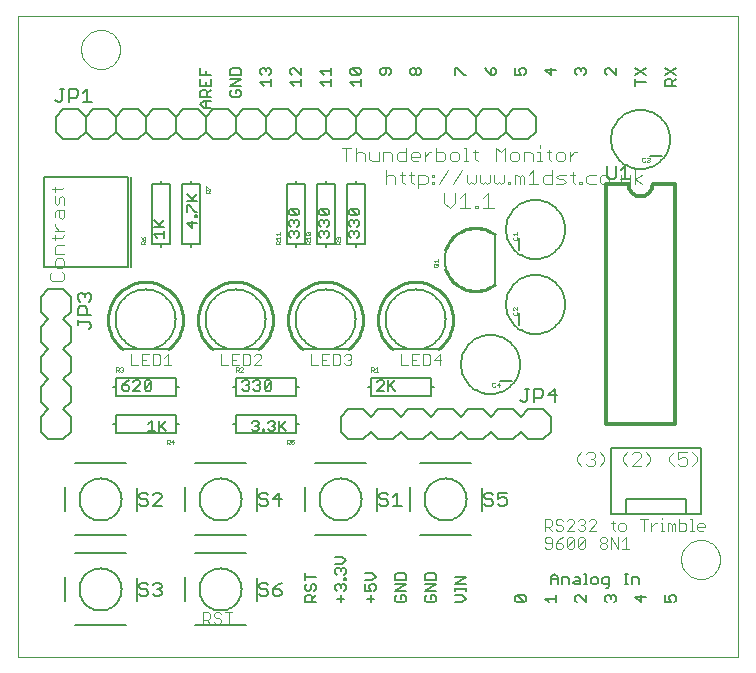
<source format=gto>
G75*
%MOIN*%
%OFA0B0*%
%FSLAX24Y24*%
%IPPOS*%
%LPD*%
%AMOC8*
5,1,8,0,0,1.08239X$1,22.5*
%
%ADD10C,0.0000*%
%ADD11C,0.0040*%
%ADD12C,0.0030*%
%ADD13C,0.0060*%
%ADD14C,0.0050*%
%ADD15C,0.0120*%
%ADD16C,0.0080*%
%ADD17C,0.0010*%
%ADD18C,0.0100*%
%ADD19C,0.0008*%
%ADD20C,0.0020*%
D10*
X006002Y000100D02*
X006002Y021470D01*
X029994Y021470D01*
X029994Y000100D01*
X006002Y000100D01*
X028102Y003350D02*
X028104Y003400D01*
X028110Y003450D01*
X028120Y003500D01*
X028133Y003548D01*
X028150Y003596D01*
X028171Y003642D01*
X028195Y003686D01*
X028223Y003728D01*
X028254Y003768D01*
X028288Y003805D01*
X028325Y003840D01*
X028364Y003871D01*
X028405Y003900D01*
X028449Y003925D01*
X028495Y003947D01*
X028542Y003965D01*
X028590Y003979D01*
X028639Y003990D01*
X028689Y003997D01*
X028739Y004000D01*
X028790Y003999D01*
X028840Y003994D01*
X028890Y003985D01*
X028938Y003973D01*
X028986Y003956D01*
X029032Y003936D01*
X029077Y003913D01*
X029120Y003886D01*
X029160Y003856D01*
X029198Y003823D01*
X029233Y003787D01*
X029266Y003748D01*
X029295Y003707D01*
X029321Y003664D01*
X029344Y003619D01*
X029363Y003572D01*
X029378Y003524D01*
X029390Y003475D01*
X029398Y003425D01*
X029402Y003375D01*
X029402Y003325D01*
X029398Y003275D01*
X029390Y003225D01*
X029378Y003176D01*
X029363Y003128D01*
X029344Y003081D01*
X029321Y003036D01*
X029295Y002993D01*
X029266Y002952D01*
X029233Y002913D01*
X029198Y002877D01*
X029160Y002844D01*
X029120Y002814D01*
X029077Y002787D01*
X029032Y002764D01*
X028986Y002744D01*
X028938Y002727D01*
X028890Y002715D01*
X028840Y002706D01*
X028790Y002701D01*
X028739Y002700D01*
X028689Y002703D01*
X028639Y002710D01*
X028590Y002721D01*
X028542Y002735D01*
X028495Y002753D01*
X028449Y002775D01*
X028405Y002800D01*
X028364Y002829D01*
X028325Y002860D01*
X028288Y002895D01*
X028254Y002932D01*
X028223Y002972D01*
X028195Y003014D01*
X028171Y003058D01*
X028150Y003104D01*
X028133Y003152D01*
X028120Y003200D01*
X028110Y003250D01*
X028104Y003300D01*
X028102Y003350D01*
X008102Y020350D02*
X008104Y020400D01*
X008110Y020450D01*
X008120Y020500D01*
X008133Y020548D01*
X008150Y020596D01*
X008171Y020642D01*
X008195Y020686D01*
X008223Y020728D01*
X008254Y020768D01*
X008288Y020805D01*
X008325Y020840D01*
X008364Y020871D01*
X008405Y020900D01*
X008449Y020925D01*
X008495Y020947D01*
X008542Y020965D01*
X008590Y020979D01*
X008639Y020990D01*
X008689Y020997D01*
X008739Y021000D01*
X008790Y020999D01*
X008840Y020994D01*
X008890Y020985D01*
X008938Y020973D01*
X008986Y020956D01*
X009032Y020936D01*
X009077Y020913D01*
X009120Y020886D01*
X009160Y020856D01*
X009198Y020823D01*
X009233Y020787D01*
X009266Y020748D01*
X009295Y020707D01*
X009321Y020664D01*
X009344Y020619D01*
X009363Y020572D01*
X009378Y020524D01*
X009390Y020475D01*
X009398Y020425D01*
X009402Y020375D01*
X009402Y020325D01*
X009398Y020275D01*
X009390Y020225D01*
X009378Y020176D01*
X009363Y020128D01*
X009344Y020081D01*
X009321Y020036D01*
X009295Y019993D01*
X009266Y019952D01*
X009233Y019913D01*
X009198Y019877D01*
X009160Y019844D01*
X009120Y019814D01*
X009077Y019787D01*
X009032Y019764D01*
X008986Y019744D01*
X008938Y019727D01*
X008890Y019715D01*
X008840Y019706D01*
X008790Y019701D01*
X008739Y019700D01*
X008689Y019703D01*
X008639Y019710D01*
X008590Y019721D01*
X008542Y019735D01*
X008495Y019753D01*
X008449Y019775D01*
X008405Y019800D01*
X008364Y019829D01*
X008325Y019860D01*
X008288Y019895D01*
X008254Y019932D01*
X008223Y019972D01*
X008195Y020014D01*
X008171Y020058D01*
X008150Y020104D01*
X008133Y020152D01*
X008120Y020200D01*
X008110Y020250D01*
X008104Y020300D01*
X008102Y020350D01*
D11*
X007532Y015767D02*
X007456Y015690D01*
X007149Y015690D01*
X007225Y015613D02*
X007225Y015767D01*
X007225Y015460D02*
X007225Y015229D01*
X007302Y015153D01*
X007379Y015229D01*
X007379Y015383D01*
X007456Y015460D01*
X007532Y015383D01*
X007532Y015153D01*
X007532Y014999D02*
X007302Y014999D01*
X007225Y014922D01*
X007225Y014769D01*
X007379Y014769D02*
X007379Y014999D01*
X007532Y014999D02*
X007532Y014769D01*
X007456Y014692D01*
X007379Y014769D01*
X007225Y014539D02*
X007225Y014462D01*
X007379Y014309D01*
X007532Y014309D02*
X007225Y014309D01*
X007225Y014155D02*
X007225Y014002D01*
X007149Y014078D02*
X007456Y014078D01*
X007532Y014155D01*
X007532Y013848D02*
X007302Y013848D01*
X007225Y013771D01*
X007225Y013541D01*
X007532Y013541D01*
X007456Y013388D02*
X007532Y013311D01*
X007532Y013158D01*
X007456Y013081D01*
X007302Y013081D01*
X007225Y013158D01*
X007225Y013311D01*
X007302Y013388D01*
X007456Y013388D01*
X007456Y012927D02*
X007532Y012851D01*
X007532Y012697D01*
X007456Y012621D01*
X007149Y012621D01*
X007072Y012697D01*
X007072Y012851D01*
X007149Y012927D01*
X009772Y010190D02*
X009772Y009830D01*
X010013Y009830D01*
X010141Y009830D02*
X010381Y009830D01*
X010509Y009830D02*
X010689Y009830D01*
X010749Y009890D01*
X010749Y010130D01*
X010689Y010190D01*
X010509Y010190D01*
X010509Y009830D01*
X010261Y010010D02*
X010141Y010010D01*
X010141Y010190D02*
X010141Y009830D01*
X010141Y010190D02*
X010381Y010190D01*
X010877Y010070D02*
X010997Y010190D01*
X010997Y009830D01*
X010877Y009830D02*
X011118Y009830D01*
X012772Y009830D02*
X013013Y009830D01*
X013141Y009830D02*
X013381Y009830D01*
X013509Y009830D02*
X013689Y009830D01*
X013749Y009890D01*
X013749Y010130D01*
X013689Y010190D01*
X013509Y010190D01*
X013509Y009830D01*
X013261Y010010D02*
X013141Y010010D01*
X013141Y010190D02*
X013141Y009830D01*
X012772Y009830D02*
X012772Y010190D01*
X013141Y010190D02*
X013381Y010190D01*
X013877Y010130D02*
X013937Y010190D01*
X014057Y010190D01*
X014118Y010130D01*
X014118Y010070D01*
X013877Y009830D01*
X014118Y009830D01*
X015772Y009830D02*
X016013Y009830D01*
X016141Y009830D02*
X016381Y009830D01*
X016509Y009830D02*
X016689Y009830D01*
X016749Y009890D01*
X016749Y010130D01*
X016689Y010190D01*
X016509Y010190D01*
X016509Y009830D01*
X016261Y010010D02*
X016141Y010010D01*
X016141Y010190D02*
X016141Y009830D01*
X015772Y009830D02*
X015772Y010190D01*
X016141Y010190D02*
X016381Y010190D01*
X016877Y010130D02*
X016937Y010190D01*
X017057Y010190D01*
X017118Y010130D01*
X017118Y010070D01*
X017057Y010010D01*
X017118Y009950D01*
X017118Y009890D01*
X017057Y009830D01*
X016937Y009830D01*
X016877Y009890D01*
X016997Y010010D02*
X017057Y010010D01*
X018772Y009830D02*
X019013Y009830D01*
X019141Y009830D02*
X019381Y009830D01*
X019509Y009830D02*
X019689Y009830D01*
X019749Y009890D01*
X019749Y010130D01*
X019689Y010190D01*
X019509Y010190D01*
X019509Y009830D01*
X019261Y010010D02*
X019141Y010010D01*
X019141Y010190D02*
X019141Y009830D01*
X018772Y009830D02*
X018772Y010190D01*
X019141Y010190D02*
X019381Y010190D01*
X019877Y010010D02*
X020118Y010010D01*
X020057Y009830D02*
X020057Y010190D01*
X019877Y010010D01*
X024629Y006777D02*
X024629Y006623D01*
X024782Y006470D01*
X024936Y006547D02*
X025012Y006470D01*
X025166Y006470D01*
X025243Y006547D01*
X025243Y006623D01*
X025166Y006700D01*
X025089Y006700D01*
X025166Y006700D02*
X025243Y006777D01*
X025243Y006854D01*
X025166Y006930D01*
X025012Y006930D01*
X024936Y006854D01*
X024782Y006930D02*
X024629Y006777D01*
X025396Y006930D02*
X025550Y006777D01*
X025550Y006623D01*
X025396Y006470D01*
X026163Y006623D02*
X026163Y006777D01*
X026317Y006930D01*
X026470Y006854D02*
X026547Y006930D01*
X026701Y006930D01*
X026777Y006854D01*
X026777Y006777D01*
X026470Y006470D01*
X026777Y006470D01*
X026931Y006470D02*
X027084Y006623D01*
X027084Y006777D01*
X026931Y006930D01*
X026317Y006470D02*
X026163Y006623D01*
X027698Y006623D02*
X027852Y006470D01*
X028005Y006547D02*
X028082Y006470D01*
X028235Y006470D01*
X028312Y006547D01*
X028312Y006700D01*
X028235Y006777D01*
X028158Y006777D01*
X028005Y006700D01*
X028005Y006930D01*
X028312Y006930D01*
X028465Y006930D02*
X028619Y006777D01*
X028619Y006623D01*
X028465Y006470D01*
X027852Y006930D02*
X027698Y006777D01*
X027698Y006623D01*
X021854Y015060D02*
X021507Y015060D01*
X021336Y015060D02*
X021336Y015147D01*
X021249Y015147D01*
X021249Y015060D01*
X021336Y015060D01*
X021080Y015060D02*
X020733Y015060D01*
X020907Y015060D02*
X020907Y015580D01*
X020733Y015407D01*
X020565Y015233D02*
X020565Y015580D01*
X020498Y015870D02*
X020805Y016330D01*
X020958Y016177D02*
X020958Y015947D01*
X021035Y015870D01*
X021111Y015947D01*
X021188Y015870D01*
X021265Y015947D01*
X021265Y016177D01*
X021418Y016177D02*
X021418Y015947D01*
X021495Y015870D01*
X021572Y015947D01*
X021649Y015870D01*
X021725Y015947D01*
X021725Y016177D01*
X021879Y016177D02*
X021879Y015947D01*
X021955Y015870D01*
X022032Y015947D01*
X022109Y015870D01*
X022186Y015947D01*
X022186Y016177D01*
X022569Y016177D02*
X022646Y016177D01*
X022723Y016100D01*
X022800Y016177D01*
X022876Y016100D01*
X022876Y015870D01*
X022723Y015870D02*
X022723Y016100D01*
X022569Y016177D02*
X022569Y015870D01*
X022416Y015870D02*
X022339Y015870D01*
X022339Y015947D01*
X022416Y015947D01*
X022416Y015870D01*
X023030Y015870D02*
X023337Y015870D01*
X023183Y015870D02*
X023183Y016330D01*
X023030Y016177D01*
X023161Y016620D02*
X023161Y016850D01*
X023084Y016927D01*
X022854Y016927D01*
X022854Y016620D01*
X022701Y016697D02*
X022701Y016850D01*
X022624Y016927D01*
X022470Y016927D01*
X022394Y016850D01*
X022394Y016697D01*
X022470Y016620D01*
X022624Y016620D01*
X022701Y016697D01*
X022240Y016620D02*
X022240Y017080D01*
X022087Y016927D01*
X021933Y017080D01*
X021933Y016620D01*
X021319Y016620D02*
X021243Y016697D01*
X021243Y017004D01*
X021166Y016927D02*
X021319Y016927D01*
X020936Y017080D02*
X020936Y016620D01*
X021012Y016620D02*
X020859Y016620D01*
X020706Y016697D02*
X020706Y016850D01*
X020629Y016927D01*
X020475Y016927D01*
X020399Y016850D01*
X020399Y016697D01*
X020475Y016620D01*
X020629Y016620D01*
X020706Y016697D01*
X020245Y016697D02*
X020245Y016850D01*
X020168Y016927D01*
X019938Y016927D01*
X019785Y016927D02*
X019708Y016927D01*
X019555Y016773D01*
X019555Y016620D02*
X019555Y016927D01*
X019401Y016850D02*
X019401Y016773D01*
X019094Y016773D01*
X019094Y016697D02*
X019094Y016850D01*
X019171Y016927D01*
X019324Y016927D01*
X019401Y016850D01*
X019324Y016620D02*
X019171Y016620D01*
X019094Y016697D01*
X018941Y016620D02*
X018711Y016620D01*
X018634Y016697D01*
X018634Y016850D01*
X018711Y016927D01*
X018941Y016927D01*
X018941Y017080D02*
X018941Y016620D01*
X018480Y016620D02*
X018480Y016850D01*
X018404Y016927D01*
X018173Y016927D01*
X018173Y016620D01*
X018020Y016620D02*
X018020Y016927D01*
X018020Y016620D02*
X017790Y016620D01*
X017713Y016697D01*
X017713Y016927D01*
X017560Y016850D02*
X017560Y016620D01*
X017560Y016850D02*
X017483Y016927D01*
X017329Y016927D01*
X017253Y016850D01*
X017253Y017080D02*
X017253Y016620D01*
X016946Y016620D02*
X016946Y017080D01*
X017099Y017080D02*
X016792Y017080D01*
X018272Y016330D02*
X018272Y015870D01*
X018272Y016100D02*
X018349Y016177D01*
X018503Y016177D01*
X018579Y016100D01*
X018579Y015870D01*
X018809Y015947D02*
X018886Y015870D01*
X018809Y015947D02*
X018809Y016254D01*
X018733Y016177D02*
X018886Y016177D01*
X019040Y016177D02*
X019193Y016177D01*
X019116Y016254D02*
X019116Y015947D01*
X019193Y015870D01*
X019347Y015870D02*
X019577Y015870D01*
X019654Y015947D01*
X019654Y016100D01*
X019577Y016177D01*
X019347Y016177D01*
X019347Y015717D01*
X019807Y015870D02*
X019807Y015947D01*
X019884Y015947D01*
X019884Y015870D01*
X019807Y015870D01*
X019807Y016100D02*
X019807Y016177D01*
X019884Y016177D01*
X019884Y016100D01*
X019807Y016100D01*
X020037Y015870D02*
X020344Y016330D01*
X020168Y016620D02*
X019938Y016620D01*
X019938Y017080D01*
X020245Y016697D02*
X020168Y016620D01*
X020859Y017080D02*
X020936Y017080D01*
X020218Y015580D02*
X020218Y015233D01*
X020391Y015060D01*
X020565Y015233D01*
X021507Y015407D02*
X021680Y015580D01*
X021680Y015060D01*
X023490Y015947D02*
X023490Y016100D01*
X023567Y016177D01*
X023797Y016177D01*
X023797Y016330D02*
X023797Y015870D01*
X023567Y015870D01*
X023490Y015947D01*
X023951Y015870D02*
X024181Y015870D01*
X024257Y015947D01*
X024181Y016023D01*
X024027Y016023D01*
X023951Y016100D01*
X024027Y016177D01*
X024257Y016177D01*
X024411Y016177D02*
X024564Y016177D01*
X024488Y016254D02*
X024488Y015947D01*
X024564Y015870D01*
X024718Y015870D02*
X024795Y015870D01*
X024795Y015947D01*
X024718Y015947D01*
X024718Y015870D01*
X024948Y015947D02*
X025025Y015870D01*
X025255Y015870D01*
X025408Y015947D02*
X025408Y016100D01*
X025485Y016177D01*
X025639Y016177D01*
X025715Y016100D01*
X025715Y015947D01*
X025639Y015870D01*
X025485Y015870D01*
X025408Y015947D01*
X025869Y015947D02*
X025946Y015947D01*
X025946Y015870D01*
X025869Y015870D01*
X025869Y015947D01*
X026099Y015947D02*
X026176Y015870D01*
X026406Y015870D01*
X026406Y016177D01*
X026559Y016330D02*
X026559Y015870D01*
X026559Y016023D02*
X026790Y016177D01*
X026559Y016023D02*
X026790Y015870D01*
X026099Y015947D02*
X026099Y016177D01*
X025255Y016177D02*
X025025Y016177D01*
X024948Y016100D01*
X024948Y015947D01*
X024389Y016620D02*
X024389Y016927D01*
X024542Y016927D02*
X024619Y016927D01*
X024542Y016927D02*
X024389Y016773D01*
X024235Y016697D02*
X024235Y016850D01*
X024158Y016927D01*
X024005Y016927D01*
X023928Y016850D01*
X023928Y016697D01*
X024005Y016620D01*
X024158Y016620D01*
X024235Y016697D01*
X023775Y016620D02*
X023698Y016697D01*
X023698Y017004D01*
X023621Y016927D02*
X023775Y016927D01*
X023391Y016927D02*
X023391Y016620D01*
X023314Y016620D02*
X023468Y016620D01*
X023391Y016927D02*
X023314Y016927D01*
X023391Y017080D02*
X023391Y017157D01*
D12*
X023554Y004685D02*
X023739Y004685D01*
X023801Y004624D01*
X023801Y004500D01*
X023739Y004438D01*
X023554Y004438D01*
X023554Y004315D02*
X023554Y004685D01*
X023677Y004438D02*
X023801Y004315D01*
X023922Y004377D02*
X023984Y004315D01*
X024107Y004315D01*
X024169Y004377D01*
X024169Y004438D01*
X024107Y004500D01*
X023984Y004500D01*
X023922Y004562D01*
X023922Y004624D01*
X023984Y004685D01*
X024107Y004685D01*
X024169Y004624D01*
X024291Y004624D02*
X024352Y004685D01*
X024476Y004685D01*
X024538Y004624D01*
X024538Y004562D01*
X024291Y004315D01*
X024538Y004315D01*
X024659Y004377D02*
X024721Y004315D01*
X024844Y004315D01*
X024906Y004377D01*
X024906Y004438D01*
X024844Y004500D01*
X024782Y004500D01*
X024844Y004500D02*
X024906Y004562D01*
X024906Y004624D01*
X024844Y004685D01*
X024721Y004685D01*
X024659Y004624D01*
X025027Y004624D02*
X025089Y004685D01*
X025212Y004685D01*
X025274Y004624D01*
X025274Y004562D01*
X025027Y004315D01*
X025274Y004315D01*
X025457Y004085D02*
X025581Y004085D01*
X025642Y004024D01*
X025642Y003962D01*
X025581Y003900D01*
X025457Y003900D01*
X025396Y003962D01*
X025396Y004024D01*
X025457Y004085D01*
X025457Y003900D02*
X025396Y003838D01*
X025396Y003777D01*
X025457Y003715D01*
X025581Y003715D01*
X025642Y003777D01*
X025642Y003838D01*
X025581Y003900D01*
X025764Y003715D02*
X025764Y004085D01*
X026011Y003715D01*
X026011Y004085D01*
X026132Y003962D02*
X026256Y004085D01*
X026256Y003715D01*
X026379Y003715D02*
X026132Y003715D01*
X026071Y004315D02*
X026009Y004377D01*
X026009Y004500D01*
X026071Y004562D01*
X026195Y004562D01*
X026256Y004500D01*
X026256Y004377D01*
X026195Y004315D01*
X026071Y004315D01*
X025887Y004315D02*
X025826Y004377D01*
X025826Y004624D01*
X025887Y004562D02*
X025764Y004562D01*
X026746Y004685D02*
X026993Y004685D01*
X026870Y004685D02*
X026870Y004315D01*
X027114Y004315D02*
X027114Y004562D01*
X027114Y004438D02*
X027238Y004562D01*
X027300Y004562D01*
X027421Y004562D02*
X027483Y004562D01*
X027483Y004315D01*
X027421Y004315D02*
X027545Y004315D01*
X027667Y004315D02*
X027667Y004562D01*
X027729Y004562D01*
X027790Y004500D01*
X027852Y004562D01*
X027914Y004500D01*
X027914Y004315D01*
X028035Y004315D02*
X028220Y004315D01*
X028282Y004377D01*
X028282Y004500D01*
X028220Y004562D01*
X028035Y004562D01*
X028035Y004685D02*
X028035Y004315D01*
X027790Y004315D02*
X027790Y004500D01*
X027483Y004685D02*
X027483Y004747D01*
X028403Y004685D02*
X028465Y004685D01*
X028465Y004315D01*
X028403Y004315D02*
X028527Y004315D01*
X028649Y004377D02*
X028649Y004500D01*
X028711Y004562D01*
X028834Y004562D01*
X028896Y004500D01*
X028896Y004438D01*
X028649Y004438D01*
X028649Y004377D02*
X028711Y004315D01*
X028834Y004315D01*
X024906Y004024D02*
X024906Y003777D01*
X024844Y003715D01*
X024721Y003715D01*
X024659Y003777D01*
X024906Y004024D01*
X024844Y004085D01*
X024721Y004085D01*
X024659Y004024D01*
X024659Y003777D01*
X024538Y003777D02*
X024476Y003715D01*
X024352Y003715D01*
X024291Y003777D01*
X024538Y004024D01*
X024538Y003777D01*
X024538Y004024D02*
X024476Y004085D01*
X024352Y004085D01*
X024291Y004024D01*
X024291Y003777D01*
X024169Y003777D02*
X024169Y003838D01*
X024107Y003900D01*
X023922Y003900D01*
X023922Y003777D01*
X023984Y003715D01*
X024107Y003715D01*
X024169Y003777D01*
X024046Y004024D02*
X023922Y003900D01*
X023801Y003900D02*
X023616Y003900D01*
X023554Y003962D01*
X023554Y004024D01*
X023616Y004085D01*
X023739Y004085D01*
X023801Y004024D01*
X023801Y003777D01*
X023739Y003715D01*
X023616Y003715D01*
X023554Y003777D01*
X024046Y004024D02*
X024169Y004085D01*
X013146Y001585D02*
X012899Y001585D01*
X013022Y001585D02*
X013022Y001215D01*
X012778Y001277D02*
X012778Y001338D01*
X012716Y001400D01*
X012592Y001400D01*
X012531Y001462D01*
X012531Y001524D01*
X012592Y001585D01*
X012716Y001585D01*
X012778Y001524D01*
X012778Y001277D02*
X012716Y001215D01*
X012592Y001215D01*
X012531Y001277D01*
X012409Y001215D02*
X012286Y001338D01*
X012348Y001338D02*
X012162Y001338D01*
X012162Y001215D02*
X012162Y001585D01*
X012348Y001585D01*
X012409Y001524D01*
X012409Y001400D01*
X012348Y001338D01*
D13*
X015582Y001925D02*
X015582Y002095D01*
X015639Y002152D01*
X015752Y002152D01*
X015809Y002095D01*
X015809Y001925D01*
X015922Y001925D02*
X015582Y001925D01*
X015809Y002038D02*
X015922Y002152D01*
X015866Y002293D02*
X015922Y002350D01*
X015922Y002463D01*
X015866Y002520D01*
X015809Y002520D01*
X015752Y002463D01*
X015752Y002350D01*
X015696Y002293D01*
X015639Y002293D01*
X015582Y002350D01*
X015582Y002463D01*
X015639Y002520D01*
X015582Y002662D02*
X015582Y002888D01*
X015582Y002775D02*
X015922Y002775D01*
X016582Y002903D02*
X016582Y003016D01*
X016639Y003073D01*
X016696Y003073D01*
X016752Y003016D01*
X016809Y003073D01*
X016866Y003073D01*
X016922Y003016D01*
X016922Y002903D01*
X016866Y002846D01*
X016866Y002718D02*
X016922Y002718D01*
X016922Y002662D01*
X016866Y002662D01*
X016866Y002718D01*
X016866Y002520D02*
X016809Y002520D01*
X016752Y002463D01*
X016752Y002407D01*
X016752Y002463D02*
X016696Y002520D01*
X016639Y002520D01*
X016582Y002463D01*
X016582Y002350D01*
X016639Y002293D01*
X016752Y002152D02*
X016752Y001925D01*
X016639Y002038D02*
X016866Y002038D01*
X016866Y002293D02*
X016922Y002350D01*
X016922Y002463D01*
X016866Y002520D01*
X016639Y002846D02*
X016582Y002903D01*
X016752Y002959D02*
X016752Y003016D01*
X016809Y003214D02*
X016922Y003328D01*
X016809Y003441D01*
X016582Y003441D01*
X016582Y003214D02*
X016809Y003214D01*
X017582Y002888D02*
X017809Y002888D01*
X017922Y002775D01*
X017809Y002662D01*
X017582Y002662D01*
X017582Y002520D02*
X017582Y002293D01*
X017752Y002293D01*
X017696Y002407D01*
X017696Y002463D01*
X017752Y002520D01*
X017866Y002520D01*
X017922Y002463D01*
X017922Y002350D01*
X017866Y002293D01*
X017752Y002152D02*
X017752Y001925D01*
X017639Y002038D02*
X017866Y002038D01*
X018582Y001982D02*
X018639Y001925D01*
X018866Y001925D01*
X018922Y001982D01*
X018922Y002095D01*
X018866Y002152D01*
X018752Y002152D01*
X018752Y002038D01*
X018639Y002152D02*
X018582Y002095D01*
X018582Y001982D01*
X018582Y002293D02*
X018922Y002520D01*
X018582Y002520D01*
X018582Y002662D02*
X018582Y002832D01*
X018639Y002888D01*
X018866Y002888D01*
X018922Y002832D01*
X018922Y002662D01*
X018582Y002662D01*
X018582Y002293D02*
X018922Y002293D01*
X019582Y002293D02*
X019922Y002520D01*
X019582Y002520D01*
X019582Y002662D02*
X019582Y002832D01*
X019639Y002888D01*
X019866Y002888D01*
X019922Y002832D01*
X019922Y002662D01*
X019582Y002662D01*
X019582Y002293D02*
X019922Y002293D01*
X019866Y002152D02*
X019752Y002152D01*
X019752Y002038D01*
X019639Y001925D02*
X019582Y001982D01*
X019582Y002095D01*
X019639Y002152D01*
X019866Y002152D02*
X019922Y002095D01*
X019922Y001982D01*
X019866Y001925D01*
X019639Y001925D01*
X020582Y001925D02*
X020809Y001925D01*
X020922Y002038D01*
X020809Y002152D01*
X020582Y002152D01*
X020582Y002293D02*
X020582Y002407D01*
X020582Y002350D02*
X020922Y002350D01*
X020922Y002293D02*
X020922Y002407D01*
X020922Y002539D02*
X020582Y002539D01*
X020922Y002766D01*
X020582Y002766D01*
X022582Y002095D02*
X022639Y002152D01*
X022866Y001925D01*
X022922Y001982D01*
X022922Y002095D01*
X022866Y002152D01*
X022639Y002152D01*
X022582Y002095D02*
X022582Y001982D01*
X022639Y001925D01*
X022866Y001925D01*
X023582Y002038D02*
X023696Y001925D01*
X023582Y002038D02*
X023922Y002038D01*
X023922Y001925D02*
X023922Y002152D01*
X023990Y002525D02*
X023990Y002752D01*
X023877Y002865D01*
X023763Y002752D01*
X023763Y002525D01*
X023763Y002695D02*
X023990Y002695D01*
X024131Y002752D02*
X024131Y002525D01*
X024131Y002752D02*
X024302Y002752D01*
X024358Y002695D01*
X024358Y002525D01*
X024500Y002582D02*
X024556Y002638D01*
X024727Y002638D01*
X024727Y002695D02*
X024727Y002525D01*
X024556Y002525D01*
X024500Y002582D01*
X024556Y002752D02*
X024670Y002752D01*
X024727Y002695D01*
X024868Y002525D02*
X024981Y002525D01*
X024925Y002525D02*
X024925Y002865D01*
X024868Y002865D01*
X025114Y002695D02*
X025114Y002582D01*
X025170Y002525D01*
X025284Y002525D01*
X025340Y002582D01*
X025340Y002695D01*
X025284Y002752D01*
X025170Y002752D01*
X025114Y002695D01*
X025482Y002695D02*
X025482Y002582D01*
X025539Y002525D01*
X025709Y002525D01*
X025709Y002468D02*
X025709Y002752D01*
X025539Y002752D01*
X025482Y002695D01*
X025595Y002412D02*
X025652Y002412D01*
X025709Y002468D01*
X025696Y002152D02*
X025752Y002095D01*
X025809Y002152D01*
X025866Y002152D01*
X025922Y002095D01*
X025922Y001982D01*
X025866Y001925D01*
X025752Y002038D02*
X025752Y002095D01*
X025696Y002152D02*
X025639Y002152D01*
X025582Y002095D01*
X025582Y001982D01*
X025639Y001925D01*
X024922Y001925D02*
X024696Y002152D01*
X024639Y002152D01*
X024582Y002095D01*
X024582Y001982D01*
X024639Y001925D01*
X024922Y001925D02*
X024922Y002152D01*
X026219Y002525D02*
X026332Y002525D01*
X026275Y002525D02*
X026275Y002865D01*
X026219Y002865D02*
X026332Y002865D01*
X026464Y002752D02*
X026634Y002752D01*
X026691Y002695D01*
X026691Y002525D01*
X026464Y002525D02*
X026464Y002752D01*
X026752Y002152D02*
X026752Y001925D01*
X026582Y002095D01*
X026922Y002095D01*
X027582Y002152D02*
X027582Y001925D01*
X027752Y001925D01*
X027696Y002038D01*
X027696Y002095D01*
X027752Y002152D01*
X027866Y002152D01*
X027922Y002095D01*
X027922Y001982D01*
X027866Y001925D01*
X018578Y008980D02*
X018407Y009150D01*
X018351Y009093D02*
X018578Y009320D01*
X018351Y009320D02*
X018351Y008980D01*
X018209Y008980D02*
X017982Y008980D01*
X018209Y009207D01*
X018209Y009264D01*
X018153Y009320D01*
X018039Y009320D01*
X017982Y009264D01*
X018252Y011350D02*
X018254Y011413D01*
X018260Y011475D01*
X018270Y011537D01*
X018283Y011599D01*
X018301Y011659D01*
X018322Y011718D01*
X018347Y011776D01*
X018376Y011832D01*
X018408Y011886D01*
X018443Y011938D01*
X018481Y011987D01*
X018523Y012035D01*
X018567Y012079D01*
X018615Y012121D01*
X018664Y012159D01*
X018716Y012194D01*
X018770Y012226D01*
X018826Y012255D01*
X018884Y012280D01*
X018943Y012301D01*
X019003Y012319D01*
X019065Y012332D01*
X019127Y012342D01*
X019189Y012348D01*
X019252Y012350D01*
X019315Y012348D01*
X019377Y012342D01*
X019439Y012332D01*
X019501Y012319D01*
X019561Y012301D01*
X019620Y012280D01*
X019678Y012255D01*
X019734Y012226D01*
X019788Y012194D01*
X019840Y012159D01*
X019889Y012121D01*
X019937Y012079D01*
X019981Y012035D01*
X020023Y011987D01*
X020061Y011938D01*
X020096Y011886D01*
X020128Y011832D01*
X020157Y011776D01*
X020182Y011718D01*
X020203Y011659D01*
X020221Y011599D01*
X020234Y011537D01*
X020244Y011475D01*
X020250Y011413D01*
X020252Y011350D01*
X020250Y011287D01*
X020244Y011225D01*
X020234Y011163D01*
X020221Y011101D01*
X020203Y011041D01*
X020182Y010982D01*
X020157Y010924D01*
X020128Y010868D01*
X020096Y010814D01*
X020061Y010762D01*
X020023Y010713D01*
X019981Y010665D01*
X019937Y010621D01*
X019889Y010579D01*
X019840Y010541D01*
X019788Y010506D01*
X019734Y010474D01*
X019678Y010445D01*
X019620Y010420D01*
X019561Y010399D01*
X019501Y010381D01*
X019439Y010368D01*
X019377Y010358D01*
X019315Y010352D01*
X019252Y010350D01*
X019189Y010352D01*
X019127Y010358D01*
X019065Y010368D01*
X019003Y010381D01*
X018943Y010399D01*
X018884Y010420D01*
X018826Y010445D01*
X018770Y010474D01*
X018716Y010506D01*
X018664Y010541D01*
X018615Y010579D01*
X018567Y010621D01*
X018523Y010665D01*
X018481Y010713D01*
X018443Y010762D01*
X018408Y010814D01*
X018376Y010868D01*
X018347Y010924D01*
X018322Y010982D01*
X018301Y011041D01*
X018283Y011101D01*
X018270Y011163D01*
X018260Y011225D01*
X018254Y011287D01*
X018252Y011350D01*
X015252Y011350D02*
X015254Y011413D01*
X015260Y011475D01*
X015270Y011537D01*
X015283Y011599D01*
X015301Y011659D01*
X015322Y011718D01*
X015347Y011776D01*
X015376Y011832D01*
X015408Y011886D01*
X015443Y011938D01*
X015481Y011987D01*
X015523Y012035D01*
X015567Y012079D01*
X015615Y012121D01*
X015664Y012159D01*
X015716Y012194D01*
X015770Y012226D01*
X015826Y012255D01*
X015884Y012280D01*
X015943Y012301D01*
X016003Y012319D01*
X016065Y012332D01*
X016127Y012342D01*
X016189Y012348D01*
X016252Y012350D01*
X016315Y012348D01*
X016377Y012342D01*
X016439Y012332D01*
X016501Y012319D01*
X016561Y012301D01*
X016620Y012280D01*
X016678Y012255D01*
X016734Y012226D01*
X016788Y012194D01*
X016840Y012159D01*
X016889Y012121D01*
X016937Y012079D01*
X016981Y012035D01*
X017023Y011987D01*
X017061Y011938D01*
X017096Y011886D01*
X017128Y011832D01*
X017157Y011776D01*
X017182Y011718D01*
X017203Y011659D01*
X017221Y011599D01*
X017234Y011537D01*
X017244Y011475D01*
X017250Y011413D01*
X017252Y011350D01*
X017250Y011287D01*
X017244Y011225D01*
X017234Y011163D01*
X017221Y011101D01*
X017203Y011041D01*
X017182Y010982D01*
X017157Y010924D01*
X017128Y010868D01*
X017096Y010814D01*
X017061Y010762D01*
X017023Y010713D01*
X016981Y010665D01*
X016937Y010621D01*
X016889Y010579D01*
X016840Y010541D01*
X016788Y010506D01*
X016734Y010474D01*
X016678Y010445D01*
X016620Y010420D01*
X016561Y010399D01*
X016501Y010381D01*
X016439Y010368D01*
X016377Y010358D01*
X016315Y010352D01*
X016252Y010350D01*
X016189Y010352D01*
X016127Y010358D01*
X016065Y010368D01*
X016003Y010381D01*
X015943Y010399D01*
X015884Y010420D01*
X015826Y010445D01*
X015770Y010474D01*
X015716Y010506D01*
X015664Y010541D01*
X015615Y010579D01*
X015567Y010621D01*
X015523Y010665D01*
X015481Y010713D01*
X015443Y010762D01*
X015408Y010814D01*
X015376Y010868D01*
X015347Y010924D01*
X015322Y010982D01*
X015301Y011041D01*
X015283Y011101D01*
X015270Y011163D01*
X015260Y011225D01*
X015254Y011287D01*
X015252Y011350D01*
X012252Y011350D02*
X012254Y011413D01*
X012260Y011475D01*
X012270Y011537D01*
X012283Y011599D01*
X012301Y011659D01*
X012322Y011718D01*
X012347Y011776D01*
X012376Y011832D01*
X012408Y011886D01*
X012443Y011938D01*
X012481Y011987D01*
X012523Y012035D01*
X012567Y012079D01*
X012615Y012121D01*
X012664Y012159D01*
X012716Y012194D01*
X012770Y012226D01*
X012826Y012255D01*
X012884Y012280D01*
X012943Y012301D01*
X013003Y012319D01*
X013065Y012332D01*
X013127Y012342D01*
X013189Y012348D01*
X013252Y012350D01*
X013315Y012348D01*
X013377Y012342D01*
X013439Y012332D01*
X013501Y012319D01*
X013561Y012301D01*
X013620Y012280D01*
X013678Y012255D01*
X013734Y012226D01*
X013788Y012194D01*
X013840Y012159D01*
X013889Y012121D01*
X013937Y012079D01*
X013981Y012035D01*
X014023Y011987D01*
X014061Y011938D01*
X014096Y011886D01*
X014128Y011832D01*
X014157Y011776D01*
X014182Y011718D01*
X014203Y011659D01*
X014221Y011599D01*
X014234Y011537D01*
X014244Y011475D01*
X014250Y011413D01*
X014252Y011350D01*
X014250Y011287D01*
X014244Y011225D01*
X014234Y011163D01*
X014221Y011101D01*
X014203Y011041D01*
X014182Y010982D01*
X014157Y010924D01*
X014128Y010868D01*
X014096Y010814D01*
X014061Y010762D01*
X014023Y010713D01*
X013981Y010665D01*
X013937Y010621D01*
X013889Y010579D01*
X013840Y010541D01*
X013788Y010506D01*
X013734Y010474D01*
X013678Y010445D01*
X013620Y010420D01*
X013561Y010399D01*
X013501Y010381D01*
X013439Y010368D01*
X013377Y010358D01*
X013315Y010352D01*
X013252Y010350D01*
X013189Y010352D01*
X013127Y010358D01*
X013065Y010368D01*
X013003Y010381D01*
X012943Y010399D01*
X012884Y010420D01*
X012826Y010445D01*
X012770Y010474D01*
X012716Y010506D01*
X012664Y010541D01*
X012615Y010579D01*
X012567Y010621D01*
X012523Y010665D01*
X012481Y010713D01*
X012443Y010762D01*
X012408Y010814D01*
X012376Y010868D01*
X012347Y010924D01*
X012322Y010982D01*
X012301Y011041D01*
X012283Y011101D01*
X012270Y011163D01*
X012260Y011225D01*
X012254Y011287D01*
X012252Y011350D01*
X009252Y011350D02*
X009254Y011413D01*
X009260Y011475D01*
X009270Y011537D01*
X009283Y011599D01*
X009301Y011659D01*
X009322Y011718D01*
X009347Y011776D01*
X009376Y011832D01*
X009408Y011886D01*
X009443Y011938D01*
X009481Y011987D01*
X009523Y012035D01*
X009567Y012079D01*
X009615Y012121D01*
X009664Y012159D01*
X009716Y012194D01*
X009770Y012226D01*
X009826Y012255D01*
X009884Y012280D01*
X009943Y012301D01*
X010003Y012319D01*
X010065Y012332D01*
X010127Y012342D01*
X010189Y012348D01*
X010252Y012350D01*
X010315Y012348D01*
X010377Y012342D01*
X010439Y012332D01*
X010501Y012319D01*
X010561Y012301D01*
X010620Y012280D01*
X010678Y012255D01*
X010734Y012226D01*
X010788Y012194D01*
X010840Y012159D01*
X010889Y012121D01*
X010937Y012079D01*
X010981Y012035D01*
X011023Y011987D01*
X011061Y011938D01*
X011096Y011886D01*
X011128Y011832D01*
X011157Y011776D01*
X011182Y011718D01*
X011203Y011659D01*
X011221Y011599D01*
X011234Y011537D01*
X011244Y011475D01*
X011250Y011413D01*
X011252Y011350D01*
X011250Y011287D01*
X011244Y011225D01*
X011234Y011163D01*
X011221Y011101D01*
X011203Y011041D01*
X011182Y010982D01*
X011157Y010924D01*
X011128Y010868D01*
X011096Y010814D01*
X011061Y010762D01*
X011023Y010713D01*
X010981Y010665D01*
X010937Y010621D01*
X010889Y010579D01*
X010840Y010541D01*
X010788Y010506D01*
X010734Y010474D01*
X010678Y010445D01*
X010620Y010420D01*
X010561Y010399D01*
X010501Y010381D01*
X010439Y010368D01*
X010377Y010358D01*
X010315Y010352D01*
X010252Y010350D01*
X010189Y010352D01*
X010127Y010358D01*
X010065Y010368D01*
X010003Y010381D01*
X009943Y010399D01*
X009884Y010420D01*
X009826Y010445D01*
X009770Y010474D01*
X009716Y010506D01*
X009664Y010541D01*
X009615Y010579D01*
X009567Y010621D01*
X009523Y010665D01*
X009481Y010713D01*
X009443Y010762D01*
X009408Y010814D01*
X009376Y010868D01*
X009347Y010924D01*
X009322Y010982D01*
X009301Y011041D01*
X009283Y011101D01*
X009270Y011163D01*
X009260Y011225D01*
X009254Y011287D01*
X009252Y011350D01*
X009709Y009320D02*
X009596Y009264D01*
X009482Y009150D01*
X009653Y009150D01*
X009709Y009093D01*
X009709Y009037D01*
X009653Y008980D01*
X009539Y008980D01*
X009482Y009037D01*
X009482Y009150D01*
X009851Y009264D02*
X009907Y009320D01*
X010021Y009320D01*
X010078Y009264D01*
X010078Y009207D01*
X009851Y008980D01*
X010078Y008980D01*
X010219Y009037D02*
X010446Y009264D01*
X010446Y009037D01*
X010389Y008980D01*
X010276Y008980D01*
X010219Y009037D01*
X010219Y009264D01*
X010276Y009320D01*
X010389Y009320D01*
X010446Y009264D01*
X010459Y007970D02*
X010459Y007630D01*
X010346Y007630D02*
X010573Y007630D01*
X010714Y007630D02*
X010714Y007970D01*
X010771Y007800D02*
X010941Y007630D01*
X010714Y007743D02*
X010941Y007970D01*
X010459Y007970D02*
X010346Y007857D01*
X013482Y009037D02*
X013539Y008980D01*
X013653Y008980D01*
X013709Y009037D01*
X013709Y009093D01*
X013653Y009150D01*
X013596Y009150D01*
X013653Y009150D02*
X013709Y009207D01*
X013709Y009264D01*
X013653Y009320D01*
X013539Y009320D01*
X013482Y009264D01*
X013851Y009264D02*
X013907Y009320D01*
X014021Y009320D01*
X014078Y009264D01*
X014078Y009207D01*
X014021Y009150D01*
X014078Y009093D01*
X014078Y009037D01*
X014021Y008980D01*
X013907Y008980D01*
X013851Y009037D01*
X013964Y009150D02*
X014021Y009150D01*
X014219Y009037D02*
X014219Y009264D01*
X014276Y009320D01*
X014389Y009320D01*
X014446Y009264D01*
X014219Y009037D01*
X014276Y008980D01*
X014389Y008980D01*
X014446Y009037D01*
X014446Y009264D01*
X014402Y007970D02*
X014516Y007970D01*
X014573Y007914D01*
X014573Y007857D01*
X014516Y007800D01*
X014573Y007743D01*
X014573Y007687D01*
X014516Y007630D01*
X014402Y007630D01*
X014346Y007687D01*
X014218Y007687D02*
X014218Y007630D01*
X014162Y007630D01*
X014162Y007687D01*
X014218Y007687D01*
X014020Y007687D02*
X013963Y007630D01*
X013850Y007630D01*
X013793Y007687D01*
X013907Y007800D02*
X013963Y007800D01*
X014020Y007743D01*
X014020Y007687D01*
X013963Y007800D02*
X014020Y007857D01*
X014020Y007914D01*
X013963Y007970D01*
X013850Y007970D01*
X013793Y007914D01*
X014346Y007914D02*
X014402Y007970D01*
X014459Y007800D02*
X014516Y007800D01*
X014714Y007743D02*
X014941Y007970D01*
X014714Y007970D02*
X014714Y007630D01*
X014771Y007800D02*
X014941Y007630D01*
X015089Y014080D02*
X015032Y014137D01*
X015032Y014250D01*
X015089Y014307D01*
X015146Y014307D01*
X015202Y014250D01*
X015259Y014307D01*
X015316Y014307D01*
X015372Y014250D01*
X015372Y014137D01*
X015316Y014080D01*
X015202Y014193D02*
X015202Y014250D01*
X015089Y014448D02*
X015032Y014505D01*
X015032Y014618D01*
X015089Y014675D01*
X015146Y014675D01*
X015202Y014618D01*
X015259Y014675D01*
X015316Y014675D01*
X015372Y014618D01*
X015372Y014505D01*
X015316Y014448D01*
X015202Y014562D02*
X015202Y014618D01*
X015089Y014817D02*
X015032Y014873D01*
X015032Y014987D01*
X015089Y015043D01*
X015316Y014817D01*
X015372Y014873D01*
X015372Y014987D01*
X015316Y015043D01*
X015089Y015043D01*
X015089Y014817D02*
X015316Y014817D01*
X016032Y014873D02*
X016089Y014817D01*
X016316Y014817D01*
X016089Y015043D01*
X016316Y015043D01*
X016372Y014987D01*
X016372Y014873D01*
X016316Y014817D01*
X016316Y014675D02*
X016372Y014618D01*
X016372Y014505D01*
X016316Y014448D01*
X016316Y014307D02*
X016372Y014250D01*
X016372Y014137D01*
X016316Y014080D01*
X016202Y014193D02*
X016202Y014250D01*
X016259Y014307D01*
X016316Y014307D01*
X016202Y014250D02*
X016146Y014307D01*
X016089Y014307D01*
X016032Y014250D01*
X016032Y014137D01*
X016089Y014080D01*
X016089Y014448D02*
X016032Y014505D01*
X016032Y014618D01*
X016089Y014675D01*
X016146Y014675D01*
X016202Y014618D01*
X016259Y014675D01*
X016316Y014675D01*
X016202Y014618D02*
X016202Y014562D01*
X016032Y014873D02*
X016032Y014987D01*
X016089Y015043D01*
X017032Y014987D02*
X017089Y015043D01*
X017316Y014817D01*
X017372Y014873D01*
X017372Y014987D01*
X017316Y015043D01*
X017089Y015043D01*
X017032Y014987D02*
X017032Y014873D01*
X017089Y014817D01*
X017316Y014817D01*
X017316Y014675D02*
X017372Y014618D01*
X017372Y014505D01*
X017316Y014448D01*
X017316Y014307D02*
X017372Y014250D01*
X017372Y014137D01*
X017316Y014080D01*
X017202Y014193D02*
X017202Y014250D01*
X017259Y014307D01*
X017316Y014307D01*
X017202Y014250D02*
X017146Y014307D01*
X017089Y014307D01*
X017032Y014250D01*
X017032Y014137D01*
X017089Y014080D01*
X017089Y014448D02*
X017032Y014505D01*
X017032Y014618D01*
X017089Y014675D01*
X017146Y014675D01*
X017202Y014618D01*
X017259Y014675D01*
X017316Y014675D01*
X017202Y014618D02*
X017202Y014562D01*
X017002Y017350D02*
X016502Y017350D01*
X016252Y017600D01*
X016002Y017350D01*
X015502Y017350D01*
X015252Y017600D01*
X015002Y017350D01*
X014502Y017350D01*
X014252Y017600D01*
X014002Y017350D01*
X013502Y017350D01*
X013252Y017600D01*
X013002Y017350D01*
X012502Y017350D01*
X012252Y017600D01*
X012002Y017350D01*
X011502Y017350D01*
X011252Y017600D01*
X011002Y017350D01*
X010502Y017350D01*
X010252Y017600D01*
X010002Y017350D01*
X009502Y017350D01*
X009252Y017600D01*
X009002Y017350D01*
X008502Y017350D01*
X008252Y017600D01*
X008002Y017350D01*
X007502Y017350D01*
X007252Y017600D01*
X007252Y018100D01*
X007502Y018350D01*
X008002Y018350D01*
X008252Y018100D01*
X008502Y018350D01*
X009002Y018350D01*
X009252Y018100D01*
X009252Y017600D01*
X009252Y018100D02*
X009502Y018350D01*
X010002Y018350D01*
X010252Y018100D01*
X010502Y018350D01*
X011002Y018350D01*
X011252Y018100D01*
X011502Y018350D01*
X012002Y018350D01*
X012252Y018100D01*
X012252Y017600D01*
X012252Y018100D02*
X012502Y018350D01*
X013002Y018350D01*
X013252Y018100D01*
X013502Y018350D01*
X014002Y018350D01*
X014252Y018100D01*
X014502Y018350D01*
X015002Y018350D01*
X015252Y018100D01*
X015252Y017600D01*
X015252Y018100D02*
X015502Y018350D01*
X016002Y018350D01*
X016252Y018100D01*
X016502Y018350D01*
X017002Y018350D01*
X017252Y018100D01*
X017502Y018350D01*
X018002Y018350D01*
X018252Y018100D01*
X018252Y017600D01*
X018002Y017350D01*
X017502Y017350D01*
X017252Y017600D01*
X017002Y017350D01*
X017252Y017600D02*
X017252Y018100D01*
X016252Y018100D02*
X016252Y017600D01*
X018252Y017600D02*
X018502Y017350D01*
X019002Y017350D01*
X019252Y017600D01*
X019502Y017350D01*
X020002Y017350D01*
X020252Y017600D01*
X020502Y017350D01*
X021002Y017350D01*
X021252Y017600D01*
X021252Y018100D01*
X021002Y018350D01*
X020502Y018350D01*
X020252Y018100D01*
X020252Y017600D01*
X020252Y018100D02*
X020002Y018350D01*
X019502Y018350D01*
X019252Y018100D01*
X019252Y017600D01*
X019252Y018100D02*
X019002Y018350D01*
X018502Y018350D01*
X018252Y018100D01*
X017422Y019143D02*
X017422Y019370D01*
X017422Y019257D02*
X017082Y019257D01*
X017196Y019143D01*
X017139Y019512D02*
X017082Y019568D01*
X017082Y019682D01*
X017139Y019739D01*
X017366Y019512D01*
X017422Y019568D01*
X017422Y019682D01*
X017366Y019739D01*
X017139Y019739D01*
X017139Y019512D02*
X017366Y019512D01*
X018082Y019568D02*
X018139Y019512D01*
X018196Y019512D01*
X018252Y019568D01*
X018252Y019739D01*
X018139Y019739D02*
X018082Y019682D01*
X018082Y019568D01*
X018139Y019739D02*
X018366Y019739D01*
X018422Y019682D01*
X018422Y019568D01*
X018366Y019512D01*
X019082Y019568D02*
X019082Y019682D01*
X019139Y019739D01*
X019196Y019739D01*
X019252Y019682D01*
X019252Y019568D01*
X019196Y019512D01*
X019139Y019512D01*
X019082Y019568D01*
X019252Y019568D02*
X019309Y019512D01*
X019366Y019512D01*
X019422Y019568D01*
X019422Y019682D01*
X019366Y019739D01*
X019309Y019739D01*
X019252Y019682D01*
X020582Y019739D02*
X020582Y019512D01*
X020582Y019739D02*
X020639Y019739D01*
X020866Y019512D01*
X020922Y019512D01*
X021582Y019739D02*
X021639Y019625D01*
X021752Y019512D01*
X021752Y019682D01*
X021809Y019739D01*
X021866Y019739D01*
X021922Y019682D01*
X021922Y019568D01*
X021866Y019512D01*
X021752Y019512D01*
X022582Y019512D02*
X022752Y019512D01*
X022696Y019625D01*
X022696Y019682D01*
X022752Y019739D01*
X022866Y019739D01*
X022922Y019682D01*
X022922Y019568D01*
X022866Y019512D01*
X022582Y019512D02*
X022582Y019739D01*
X023582Y019682D02*
X023752Y019512D01*
X023752Y019739D01*
X023922Y019682D02*
X023582Y019682D01*
X024582Y019682D02*
X024582Y019568D01*
X024639Y019512D01*
X024752Y019625D02*
X024752Y019682D01*
X024809Y019739D01*
X024866Y019739D01*
X024922Y019682D01*
X024922Y019568D01*
X024866Y019512D01*
X024752Y019682D02*
X024696Y019739D01*
X024639Y019739D01*
X024582Y019682D01*
X025582Y019682D02*
X025582Y019568D01*
X025639Y019512D01*
X025582Y019682D02*
X025639Y019739D01*
X025696Y019739D01*
X025922Y019512D01*
X025922Y019739D01*
X026582Y019739D02*
X026922Y019512D01*
X026922Y019739D02*
X026582Y019512D01*
X026582Y019370D02*
X026582Y019143D01*
X026582Y019257D02*
X026922Y019257D01*
X027582Y019314D02*
X027582Y019143D01*
X027922Y019143D01*
X027809Y019143D02*
X027809Y019314D01*
X027752Y019370D01*
X027639Y019370D01*
X027582Y019314D01*
X027582Y019512D02*
X027922Y019739D01*
X027922Y019512D02*
X027582Y019739D01*
X027922Y019370D02*
X027809Y019257D01*
X023252Y018100D02*
X023252Y017600D01*
X023002Y017350D01*
X022502Y017350D01*
X022252Y017600D01*
X022002Y017350D01*
X021502Y017350D01*
X021252Y017600D01*
X021252Y018100D02*
X021502Y018350D01*
X022002Y018350D01*
X022252Y018100D01*
X022502Y018350D01*
X023002Y018350D01*
X023252Y018100D01*
X022252Y018100D02*
X022252Y017600D01*
X016422Y019143D02*
X016422Y019370D01*
X016422Y019257D02*
X016082Y019257D01*
X016196Y019143D01*
X016196Y019512D02*
X016082Y019625D01*
X016422Y019625D01*
X016422Y019512D02*
X016422Y019739D01*
X015422Y019739D02*
X015422Y019512D01*
X015196Y019739D01*
X015139Y019739D01*
X015082Y019682D01*
X015082Y019568D01*
X015139Y019512D01*
X015082Y019257D02*
X015422Y019257D01*
X015422Y019370D02*
X015422Y019143D01*
X015196Y019143D02*
X015082Y019257D01*
X014422Y019257D02*
X014082Y019257D01*
X014196Y019143D01*
X014422Y019143D02*
X014422Y019370D01*
X014366Y019512D02*
X014422Y019568D01*
X014422Y019682D01*
X014366Y019739D01*
X014309Y019739D01*
X014252Y019682D01*
X014252Y019625D01*
X014252Y019682D02*
X014196Y019739D01*
X014139Y019739D01*
X014082Y019682D01*
X014082Y019568D01*
X014139Y019512D01*
X013422Y019512D02*
X013422Y019682D01*
X013366Y019739D01*
X013139Y019739D01*
X013082Y019682D01*
X013082Y019512D01*
X013422Y019512D01*
X013422Y019370D02*
X013082Y019370D01*
X013082Y019143D02*
X013422Y019370D01*
X013422Y019143D02*
X013082Y019143D01*
X013139Y019002D02*
X013082Y018945D01*
X013082Y018832D01*
X013139Y018775D01*
X013366Y018775D01*
X013422Y018832D01*
X013422Y018945D01*
X013366Y019002D01*
X013252Y019002D01*
X013252Y018888D01*
X012422Y018775D02*
X012082Y018775D01*
X012082Y018945D01*
X012139Y019002D01*
X012252Y019002D01*
X012309Y018945D01*
X012309Y018775D01*
X012309Y018888D02*
X012422Y019002D01*
X012422Y019143D02*
X012082Y019143D01*
X012082Y019370D01*
X012082Y019512D02*
X012082Y019739D01*
X012252Y019625D02*
X012252Y019512D01*
X012422Y019512D02*
X012082Y019512D01*
X012252Y019257D02*
X012252Y019143D01*
X012422Y019143D02*
X012422Y019370D01*
X012422Y018634D02*
X012196Y018634D01*
X012082Y018520D01*
X012196Y018407D01*
X012422Y018407D01*
X012252Y018407D02*
X012252Y018634D01*
X011252Y018100D02*
X011252Y017600D01*
X010252Y017600D02*
X010252Y018100D01*
X008252Y018100D02*
X008252Y017600D01*
X011632Y015539D02*
X011859Y015312D01*
X011802Y015368D02*
X011972Y015539D01*
X011972Y015312D02*
X011632Y015312D01*
X011632Y015170D02*
X011689Y015170D01*
X011916Y014943D01*
X011972Y014943D01*
X011972Y014816D02*
X011972Y014759D01*
X011916Y014759D01*
X011916Y014816D01*
X011972Y014816D01*
X011972Y014561D02*
X011632Y014561D01*
X011802Y014391D01*
X011802Y014618D01*
X011632Y014943D02*
X011632Y015170D01*
X010872Y014675D02*
X010702Y014505D01*
X010759Y014448D02*
X010532Y014675D01*
X010532Y014448D02*
X010872Y014448D01*
X010872Y014307D02*
X010872Y014080D01*
X010872Y014193D02*
X010532Y014193D01*
X010646Y014080D01*
X013252Y017600D02*
X013252Y018100D01*
X014252Y018100D02*
X014252Y017600D01*
D14*
X009752Y016100D02*
X009752Y013100D01*
X009652Y013100D02*
X006852Y013100D01*
X006852Y016100D01*
X009652Y016100D01*
X009652Y013100D01*
X008447Y012170D02*
X008447Y012020D01*
X008372Y011945D01*
X008222Y012095D02*
X008222Y012170D01*
X008297Y012245D01*
X008372Y012245D01*
X008447Y012170D01*
X008222Y012170D02*
X008147Y012245D01*
X008072Y012245D01*
X007997Y012170D01*
X007997Y012020D01*
X008072Y011945D01*
X008072Y011784D02*
X008222Y011784D01*
X008297Y011709D01*
X008297Y011484D01*
X008447Y011484D02*
X007997Y011484D01*
X007997Y011709D01*
X008072Y011784D01*
X007997Y011324D02*
X007997Y011174D01*
X007997Y011249D02*
X008372Y011249D01*
X008447Y011174D01*
X008447Y011099D01*
X008372Y011024D01*
X010102Y005575D02*
X010027Y005500D01*
X010027Y005425D01*
X010102Y005350D01*
X010253Y005350D01*
X010328Y005275D01*
X010328Y005200D01*
X010253Y005125D01*
X010102Y005125D01*
X010027Y005200D01*
X010488Y005125D02*
X010788Y005425D01*
X010788Y005500D01*
X010713Y005575D01*
X010563Y005575D01*
X010488Y005500D01*
X010328Y005500D02*
X010253Y005575D01*
X010102Y005575D01*
X010488Y005125D02*
X010788Y005125D01*
X014027Y005200D02*
X014102Y005125D01*
X014253Y005125D01*
X014328Y005200D01*
X014328Y005275D01*
X014253Y005350D01*
X014102Y005350D01*
X014027Y005425D01*
X014027Y005500D01*
X014102Y005575D01*
X014253Y005575D01*
X014328Y005500D01*
X014488Y005350D02*
X014788Y005350D01*
X014713Y005125D02*
X014713Y005575D01*
X014488Y005350D01*
X018027Y005425D02*
X018102Y005350D01*
X018253Y005350D01*
X018328Y005275D01*
X018328Y005200D01*
X018253Y005125D01*
X018102Y005125D01*
X018027Y005200D01*
X018027Y005425D02*
X018027Y005500D01*
X018102Y005575D01*
X018253Y005575D01*
X018328Y005500D01*
X018488Y005425D02*
X018638Y005575D01*
X018638Y005125D01*
X018488Y005125D02*
X018788Y005125D01*
X021527Y005200D02*
X021602Y005125D01*
X021753Y005125D01*
X021828Y005200D01*
X021828Y005275D01*
X021753Y005350D01*
X021602Y005350D01*
X021527Y005425D01*
X021527Y005500D01*
X021602Y005575D01*
X021753Y005575D01*
X021828Y005500D01*
X021988Y005575D02*
X021988Y005350D01*
X022138Y005425D01*
X022213Y005425D01*
X022288Y005350D01*
X022288Y005200D01*
X022213Y005125D01*
X022063Y005125D01*
X021988Y005200D01*
X021988Y005575D02*
X022288Y005575D01*
X025752Y004850D02*
X026252Y004850D01*
X026252Y005350D01*
X028252Y005350D01*
X028252Y004850D01*
X026252Y004850D01*
X025752Y004850D02*
X025752Y007050D01*
X028752Y007050D01*
X028752Y004850D01*
X028252Y004850D01*
X023893Y008595D02*
X023893Y009045D01*
X023668Y008820D01*
X023968Y008820D01*
X023508Y008820D02*
X023508Y008970D01*
X023433Y009045D01*
X023208Y009045D01*
X023208Y008595D01*
X023208Y008745D02*
X023433Y008745D01*
X023508Y008820D01*
X023048Y009045D02*
X022897Y009045D01*
X022973Y009045D02*
X022973Y008670D01*
X022897Y008595D01*
X022822Y008595D01*
X022747Y008670D01*
X014788Y002575D02*
X014638Y002500D01*
X014488Y002350D01*
X014713Y002350D01*
X014788Y002275D01*
X014788Y002200D01*
X014713Y002125D01*
X014563Y002125D01*
X014488Y002200D01*
X014488Y002350D01*
X014328Y002275D02*
X014328Y002200D01*
X014253Y002125D01*
X014102Y002125D01*
X014027Y002200D01*
X014102Y002350D02*
X014253Y002350D01*
X014328Y002275D01*
X014328Y002500D02*
X014253Y002575D01*
X014102Y002575D01*
X014027Y002500D01*
X014027Y002425D01*
X014102Y002350D01*
X010788Y002275D02*
X010788Y002200D01*
X010713Y002125D01*
X010563Y002125D01*
X010488Y002200D01*
X010328Y002200D02*
X010253Y002125D01*
X010102Y002125D01*
X010027Y002200D01*
X010102Y002350D02*
X010253Y002350D01*
X010328Y002275D01*
X010328Y002200D01*
X010102Y002350D02*
X010027Y002425D01*
X010027Y002500D01*
X010102Y002575D01*
X010253Y002575D01*
X010328Y002500D01*
X010488Y002500D02*
X010563Y002575D01*
X010713Y002575D01*
X010788Y002500D01*
X010788Y002425D01*
X010713Y002350D01*
X010788Y002275D01*
X010713Y002350D02*
X010638Y002350D01*
X025627Y016100D02*
X025702Y016025D01*
X025853Y016025D01*
X025928Y016100D01*
X025928Y016475D01*
X026088Y016325D02*
X026238Y016475D01*
X026238Y016025D01*
X026088Y016025D02*
X026388Y016025D01*
X025627Y016100D02*
X025627Y016475D01*
X008468Y018595D02*
X008168Y018595D01*
X008318Y018595D02*
X008318Y019045D01*
X008168Y018895D01*
X008008Y018820D02*
X007933Y018745D01*
X007708Y018745D01*
X007708Y018595D02*
X007708Y019045D01*
X007933Y019045D01*
X008008Y018970D01*
X008008Y018820D01*
X007548Y019045D02*
X007397Y019045D01*
X007473Y019045D02*
X007473Y018670D01*
X007397Y018595D01*
X007322Y018595D01*
X007247Y018670D01*
D15*
X025602Y015850D02*
X025602Y007850D01*
X027902Y007850D01*
X027902Y015850D01*
X027152Y015850D01*
X027150Y015811D01*
X027144Y015772D01*
X027135Y015734D01*
X027122Y015697D01*
X027105Y015661D01*
X027085Y015628D01*
X027061Y015596D01*
X027035Y015567D01*
X027006Y015541D01*
X026974Y015517D01*
X026941Y015497D01*
X026905Y015480D01*
X026868Y015467D01*
X026830Y015458D01*
X026791Y015452D01*
X026752Y015450D01*
X026713Y015452D01*
X026674Y015458D01*
X026636Y015467D01*
X026599Y015480D01*
X026563Y015497D01*
X026530Y015517D01*
X026498Y015541D01*
X026469Y015567D01*
X026443Y015596D01*
X026419Y015628D01*
X026399Y015661D01*
X026382Y015697D01*
X026369Y015734D01*
X026360Y015772D01*
X026354Y015811D01*
X026352Y015850D01*
X025602Y015850D01*
D16*
X027052Y016800D02*
X027452Y016800D01*
X025768Y017350D02*
X025770Y017412D01*
X025776Y017475D01*
X025786Y017536D01*
X025800Y017597D01*
X025817Y017657D01*
X025838Y017716D01*
X025864Y017773D01*
X025892Y017828D01*
X025924Y017882D01*
X025960Y017933D01*
X025998Y017983D01*
X026040Y018029D01*
X026084Y018073D01*
X026132Y018114D01*
X026181Y018152D01*
X026233Y018186D01*
X026287Y018217D01*
X026343Y018245D01*
X026401Y018269D01*
X026460Y018290D01*
X026520Y018306D01*
X026581Y018319D01*
X026643Y018328D01*
X026705Y018333D01*
X026768Y018334D01*
X026830Y018331D01*
X026892Y018324D01*
X026954Y018313D01*
X027014Y018298D01*
X027074Y018280D01*
X027132Y018258D01*
X027189Y018232D01*
X027244Y018202D01*
X027297Y018169D01*
X027348Y018133D01*
X027396Y018094D01*
X027442Y018051D01*
X027485Y018006D01*
X027525Y017958D01*
X027562Y017908D01*
X027596Y017855D01*
X027627Y017801D01*
X027653Y017745D01*
X027677Y017687D01*
X027696Y017627D01*
X027712Y017567D01*
X027724Y017505D01*
X027732Y017444D01*
X027736Y017381D01*
X027736Y017319D01*
X027732Y017256D01*
X027724Y017195D01*
X027712Y017133D01*
X027696Y017073D01*
X027677Y017013D01*
X027653Y016955D01*
X027627Y016899D01*
X027596Y016845D01*
X027562Y016792D01*
X027525Y016742D01*
X027485Y016694D01*
X027442Y016649D01*
X027396Y016606D01*
X027348Y016567D01*
X027297Y016531D01*
X027244Y016498D01*
X027189Y016468D01*
X027132Y016442D01*
X027074Y016420D01*
X027014Y016402D01*
X026954Y016387D01*
X026892Y016376D01*
X026830Y016369D01*
X026768Y016366D01*
X026705Y016367D01*
X026643Y016372D01*
X026581Y016381D01*
X026520Y016394D01*
X026460Y016410D01*
X026401Y016431D01*
X026343Y016455D01*
X026287Y016483D01*
X026233Y016514D01*
X026181Y016548D01*
X026132Y016586D01*
X026084Y016627D01*
X026040Y016671D01*
X025998Y016717D01*
X025960Y016767D01*
X025924Y016818D01*
X025892Y016872D01*
X025864Y016927D01*
X025838Y016984D01*
X025817Y017043D01*
X025800Y017103D01*
X025786Y017164D01*
X025776Y017225D01*
X025770Y017288D01*
X025768Y017350D01*
X022268Y014350D02*
X022270Y014412D01*
X022276Y014475D01*
X022286Y014536D01*
X022300Y014597D01*
X022317Y014657D01*
X022338Y014716D01*
X022364Y014773D01*
X022392Y014828D01*
X022424Y014882D01*
X022460Y014933D01*
X022498Y014983D01*
X022540Y015029D01*
X022584Y015073D01*
X022632Y015114D01*
X022681Y015152D01*
X022733Y015186D01*
X022787Y015217D01*
X022843Y015245D01*
X022901Y015269D01*
X022960Y015290D01*
X023020Y015306D01*
X023081Y015319D01*
X023143Y015328D01*
X023205Y015333D01*
X023268Y015334D01*
X023330Y015331D01*
X023392Y015324D01*
X023454Y015313D01*
X023514Y015298D01*
X023574Y015280D01*
X023632Y015258D01*
X023689Y015232D01*
X023744Y015202D01*
X023797Y015169D01*
X023848Y015133D01*
X023896Y015094D01*
X023942Y015051D01*
X023985Y015006D01*
X024025Y014958D01*
X024062Y014908D01*
X024096Y014855D01*
X024127Y014801D01*
X024153Y014745D01*
X024177Y014687D01*
X024196Y014627D01*
X024212Y014567D01*
X024224Y014505D01*
X024232Y014444D01*
X024236Y014381D01*
X024236Y014319D01*
X024232Y014256D01*
X024224Y014195D01*
X024212Y014133D01*
X024196Y014073D01*
X024177Y014013D01*
X024153Y013955D01*
X024127Y013899D01*
X024096Y013845D01*
X024062Y013792D01*
X024025Y013742D01*
X023985Y013694D01*
X023942Y013649D01*
X023896Y013606D01*
X023848Y013567D01*
X023797Y013531D01*
X023744Y013498D01*
X023689Y013468D01*
X023632Y013442D01*
X023574Y013420D01*
X023514Y013402D01*
X023454Y013387D01*
X023392Y013376D01*
X023330Y013369D01*
X023268Y013366D01*
X023205Y013367D01*
X023143Y013372D01*
X023081Y013381D01*
X023020Y013394D01*
X022960Y013410D01*
X022901Y013431D01*
X022843Y013455D01*
X022787Y013483D01*
X022733Y013514D01*
X022681Y013548D01*
X022632Y013586D01*
X022584Y013627D01*
X022540Y013671D01*
X022498Y013717D01*
X022460Y013767D01*
X022424Y013818D01*
X022392Y013872D01*
X022364Y013927D01*
X022338Y013984D01*
X022317Y014043D01*
X022300Y014103D01*
X022286Y014164D01*
X022276Y014225D01*
X022270Y014288D01*
X022268Y014350D01*
X021902Y014175D02*
X021902Y012525D01*
X020502Y012600D02*
X020460Y012652D01*
X020421Y012706D01*
X020386Y012763D01*
X020353Y012821D01*
X020325Y012881D01*
X020299Y012943D01*
X020277Y013006D01*
X020259Y013071D01*
X020245Y013136D01*
X020235Y013202D01*
X020228Y013268D01*
X020225Y013335D01*
X020226Y013402D01*
X020231Y013468D01*
X020240Y013534D01*
X020252Y013600D01*
X020268Y013661D01*
X020286Y013721D01*
X020308Y013779D01*
X020333Y013837D01*
X020361Y013893D01*
X020392Y013948D01*
X020426Y014000D01*
X020463Y014051D01*
X020502Y014100D01*
X020252Y013600D02*
X020240Y013538D01*
X020232Y013476D01*
X020227Y013413D01*
X020225Y013350D01*
X020227Y013287D01*
X020232Y013224D01*
X020240Y013162D01*
X020252Y013100D01*
X022702Y013650D02*
X022702Y014050D01*
X022268Y011850D02*
X022270Y011912D01*
X022276Y011975D01*
X022286Y012036D01*
X022300Y012097D01*
X022317Y012157D01*
X022338Y012216D01*
X022364Y012273D01*
X022392Y012328D01*
X022424Y012382D01*
X022460Y012433D01*
X022498Y012483D01*
X022540Y012529D01*
X022584Y012573D01*
X022632Y012614D01*
X022681Y012652D01*
X022733Y012686D01*
X022787Y012717D01*
X022843Y012745D01*
X022901Y012769D01*
X022960Y012790D01*
X023020Y012806D01*
X023081Y012819D01*
X023143Y012828D01*
X023205Y012833D01*
X023268Y012834D01*
X023330Y012831D01*
X023392Y012824D01*
X023454Y012813D01*
X023514Y012798D01*
X023574Y012780D01*
X023632Y012758D01*
X023689Y012732D01*
X023744Y012702D01*
X023797Y012669D01*
X023848Y012633D01*
X023896Y012594D01*
X023942Y012551D01*
X023985Y012506D01*
X024025Y012458D01*
X024062Y012408D01*
X024096Y012355D01*
X024127Y012301D01*
X024153Y012245D01*
X024177Y012187D01*
X024196Y012127D01*
X024212Y012067D01*
X024224Y012005D01*
X024232Y011944D01*
X024236Y011881D01*
X024236Y011819D01*
X024232Y011756D01*
X024224Y011695D01*
X024212Y011633D01*
X024196Y011573D01*
X024177Y011513D01*
X024153Y011455D01*
X024127Y011399D01*
X024096Y011345D01*
X024062Y011292D01*
X024025Y011242D01*
X023985Y011194D01*
X023942Y011149D01*
X023896Y011106D01*
X023848Y011067D01*
X023797Y011031D01*
X023744Y010998D01*
X023689Y010968D01*
X023632Y010942D01*
X023574Y010920D01*
X023514Y010902D01*
X023454Y010887D01*
X023392Y010876D01*
X023330Y010869D01*
X023268Y010866D01*
X023205Y010867D01*
X023143Y010872D01*
X023081Y010881D01*
X023020Y010894D01*
X022960Y010910D01*
X022901Y010931D01*
X022843Y010955D01*
X022787Y010983D01*
X022733Y011014D01*
X022681Y011048D01*
X022632Y011086D01*
X022584Y011127D01*
X022540Y011171D01*
X022498Y011217D01*
X022460Y011267D01*
X022424Y011318D01*
X022392Y011372D01*
X022364Y011427D01*
X022338Y011484D01*
X022317Y011543D01*
X022300Y011603D01*
X022286Y011664D01*
X022276Y011725D01*
X022270Y011788D01*
X022268Y011850D01*
X022702Y011550D02*
X022702Y011150D01*
X020768Y009850D02*
X020770Y009912D01*
X020776Y009975D01*
X020786Y010036D01*
X020800Y010097D01*
X020817Y010157D01*
X020838Y010216D01*
X020864Y010273D01*
X020892Y010328D01*
X020924Y010382D01*
X020960Y010433D01*
X020998Y010483D01*
X021040Y010529D01*
X021084Y010573D01*
X021132Y010614D01*
X021181Y010652D01*
X021233Y010686D01*
X021287Y010717D01*
X021343Y010745D01*
X021401Y010769D01*
X021460Y010790D01*
X021520Y010806D01*
X021581Y010819D01*
X021643Y010828D01*
X021705Y010833D01*
X021768Y010834D01*
X021830Y010831D01*
X021892Y010824D01*
X021954Y010813D01*
X022014Y010798D01*
X022074Y010780D01*
X022132Y010758D01*
X022189Y010732D01*
X022244Y010702D01*
X022297Y010669D01*
X022348Y010633D01*
X022396Y010594D01*
X022442Y010551D01*
X022485Y010506D01*
X022525Y010458D01*
X022562Y010408D01*
X022596Y010355D01*
X022627Y010301D01*
X022653Y010245D01*
X022677Y010187D01*
X022696Y010127D01*
X022712Y010067D01*
X022724Y010005D01*
X022732Y009944D01*
X022736Y009881D01*
X022736Y009819D01*
X022732Y009756D01*
X022724Y009695D01*
X022712Y009633D01*
X022696Y009573D01*
X022677Y009513D01*
X022653Y009455D01*
X022627Y009399D01*
X022596Y009345D01*
X022562Y009292D01*
X022525Y009242D01*
X022485Y009194D01*
X022442Y009149D01*
X022396Y009106D01*
X022348Y009067D01*
X022297Y009031D01*
X022244Y008998D01*
X022189Y008968D01*
X022132Y008942D01*
X022074Y008920D01*
X022014Y008902D01*
X021954Y008887D01*
X021892Y008876D01*
X021830Y008869D01*
X021768Y008866D01*
X021705Y008867D01*
X021643Y008872D01*
X021581Y008881D01*
X021520Y008894D01*
X021460Y008910D01*
X021401Y008931D01*
X021343Y008955D01*
X021287Y008983D01*
X021233Y009014D01*
X021181Y009048D01*
X021132Y009086D01*
X021084Y009127D01*
X021040Y009171D01*
X020998Y009217D01*
X020960Y009267D01*
X020924Y009318D01*
X020892Y009372D01*
X020864Y009427D01*
X020838Y009484D01*
X020817Y009543D01*
X020800Y009603D01*
X020786Y009664D01*
X020776Y009725D01*
X020770Y009788D01*
X020768Y009850D01*
X020002Y010350D02*
X018502Y010350D01*
X017752Y009400D02*
X017752Y009100D01*
X017652Y009100D01*
X017752Y009100D02*
X017752Y008800D01*
X019752Y008800D01*
X019752Y009100D01*
X019852Y009100D01*
X019752Y009100D02*
X019752Y009400D01*
X017752Y009400D01*
X017002Y010350D02*
X015502Y010350D01*
X015252Y009400D02*
X015252Y009100D01*
X015352Y009100D01*
X015252Y009100D02*
X015252Y008800D01*
X013252Y008800D01*
X013252Y009100D01*
X013152Y009100D01*
X013252Y009100D02*
X013252Y009400D01*
X015252Y009400D01*
X014002Y010350D02*
X012502Y010350D01*
X011252Y009400D02*
X011252Y009100D01*
X011352Y009100D01*
X011252Y009100D02*
X011252Y008800D01*
X009252Y008800D01*
X009252Y009100D01*
X009152Y009100D01*
X009252Y009100D02*
X009252Y009400D01*
X011252Y009400D01*
X011002Y010350D02*
X009502Y010350D01*
X007752Y010100D02*
X007752Y009600D01*
X007502Y009350D01*
X007752Y009100D01*
X007752Y008600D01*
X007502Y008350D01*
X007752Y008100D01*
X007752Y007600D01*
X007502Y007350D01*
X007002Y007350D01*
X006752Y007600D01*
X006752Y008100D01*
X007002Y008350D01*
X006752Y008600D01*
X006752Y009100D01*
X007002Y009350D01*
X006752Y009600D01*
X006752Y010100D01*
X007002Y010350D01*
X006752Y010600D01*
X006752Y011100D01*
X007002Y011350D01*
X006752Y011600D01*
X006752Y012100D01*
X007002Y012350D01*
X007502Y012350D01*
X007752Y012100D01*
X007752Y011600D01*
X007502Y011350D01*
X007752Y011100D01*
X007752Y010600D01*
X007502Y010350D01*
X007752Y010100D01*
X009252Y008150D02*
X011252Y008150D01*
X011252Y007850D01*
X011352Y007850D01*
X011252Y007850D02*
X011252Y007550D01*
X009252Y007550D01*
X009252Y007850D01*
X009152Y007850D01*
X009252Y007850D02*
X009252Y008150D01*
X009602Y006550D02*
X007902Y006550D01*
X007552Y005755D02*
X007552Y004950D01*
X007902Y004150D02*
X009602Y004150D01*
X009602Y003550D02*
X007902Y003550D01*
X007552Y002755D02*
X007552Y001950D01*
X007902Y001150D02*
X009602Y001150D01*
X009952Y001950D02*
X009952Y002743D01*
X008052Y002350D02*
X008054Y002402D01*
X008060Y002454D01*
X008070Y002506D01*
X008083Y002556D01*
X008100Y002606D01*
X008121Y002654D01*
X008146Y002700D01*
X008174Y002744D01*
X008205Y002786D01*
X008239Y002826D01*
X008276Y002863D01*
X008316Y002897D01*
X008358Y002928D01*
X008402Y002956D01*
X008448Y002981D01*
X008496Y003002D01*
X008546Y003019D01*
X008596Y003032D01*
X008648Y003042D01*
X008700Y003048D01*
X008752Y003050D01*
X008804Y003048D01*
X008856Y003042D01*
X008908Y003032D01*
X008958Y003019D01*
X009008Y003002D01*
X009056Y002981D01*
X009102Y002956D01*
X009146Y002928D01*
X009188Y002897D01*
X009228Y002863D01*
X009265Y002826D01*
X009299Y002786D01*
X009330Y002744D01*
X009358Y002700D01*
X009383Y002654D01*
X009404Y002606D01*
X009421Y002556D01*
X009434Y002506D01*
X009444Y002454D01*
X009450Y002402D01*
X009452Y002350D01*
X009450Y002298D01*
X009444Y002246D01*
X009434Y002194D01*
X009421Y002144D01*
X009404Y002094D01*
X009383Y002046D01*
X009358Y002000D01*
X009330Y001956D01*
X009299Y001914D01*
X009265Y001874D01*
X009228Y001837D01*
X009188Y001803D01*
X009146Y001772D01*
X009102Y001744D01*
X009056Y001719D01*
X009008Y001698D01*
X008958Y001681D01*
X008908Y001668D01*
X008856Y001658D01*
X008804Y001652D01*
X008752Y001650D01*
X008700Y001652D01*
X008648Y001658D01*
X008596Y001668D01*
X008546Y001681D01*
X008496Y001698D01*
X008448Y001719D01*
X008402Y001744D01*
X008358Y001772D01*
X008316Y001803D01*
X008276Y001837D01*
X008239Y001874D01*
X008205Y001914D01*
X008174Y001956D01*
X008146Y002000D01*
X008121Y002046D01*
X008100Y002094D01*
X008083Y002144D01*
X008070Y002194D01*
X008060Y002246D01*
X008054Y002298D01*
X008052Y002350D01*
X009952Y004950D02*
X009952Y005743D01*
X008052Y005350D02*
X008054Y005402D01*
X008060Y005454D01*
X008070Y005506D01*
X008083Y005556D01*
X008100Y005606D01*
X008121Y005654D01*
X008146Y005700D01*
X008174Y005744D01*
X008205Y005786D01*
X008239Y005826D01*
X008276Y005863D01*
X008316Y005897D01*
X008358Y005928D01*
X008402Y005956D01*
X008448Y005981D01*
X008496Y006002D01*
X008546Y006019D01*
X008596Y006032D01*
X008648Y006042D01*
X008700Y006048D01*
X008752Y006050D01*
X008804Y006048D01*
X008856Y006042D01*
X008908Y006032D01*
X008958Y006019D01*
X009008Y006002D01*
X009056Y005981D01*
X009102Y005956D01*
X009146Y005928D01*
X009188Y005897D01*
X009228Y005863D01*
X009265Y005826D01*
X009299Y005786D01*
X009330Y005744D01*
X009358Y005700D01*
X009383Y005654D01*
X009404Y005606D01*
X009421Y005556D01*
X009434Y005506D01*
X009444Y005454D01*
X009450Y005402D01*
X009452Y005350D01*
X009450Y005298D01*
X009444Y005246D01*
X009434Y005194D01*
X009421Y005144D01*
X009404Y005094D01*
X009383Y005046D01*
X009358Y005000D01*
X009330Y004956D01*
X009299Y004914D01*
X009265Y004874D01*
X009228Y004837D01*
X009188Y004803D01*
X009146Y004772D01*
X009102Y004744D01*
X009056Y004719D01*
X009008Y004698D01*
X008958Y004681D01*
X008908Y004668D01*
X008856Y004658D01*
X008804Y004652D01*
X008752Y004650D01*
X008700Y004652D01*
X008648Y004658D01*
X008596Y004668D01*
X008546Y004681D01*
X008496Y004698D01*
X008448Y004719D01*
X008402Y004744D01*
X008358Y004772D01*
X008316Y004803D01*
X008276Y004837D01*
X008239Y004874D01*
X008205Y004914D01*
X008174Y004956D01*
X008146Y005000D01*
X008121Y005046D01*
X008100Y005094D01*
X008083Y005144D01*
X008070Y005194D01*
X008060Y005246D01*
X008054Y005298D01*
X008052Y005350D01*
X011552Y004950D02*
X011552Y005755D01*
X011902Y006550D02*
X013602Y006550D01*
X013952Y005743D02*
X013952Y004950D01*
X013602Y004150D02*
X011902Y004150D01*
X011902Y003550D02*
X013602Y003550D01*
X013952Y002743D02*
X013952Y001950D01*
X013602Y001150D02*
X011902Y001150D01*
X011552Y001950D02*
X011552Y002755D01*
X012052Y002350D02*
X012054Y002402D01*
X012060Y002454D01*
X012070Y002506D01*
X012083Y002556D01*
X012100Y002606D01*
X012121Y002654D01*
X012146Y002700D01*
X012174Y002744D01*
X012205Y002786D01*
X012239Y002826D01*
X012276Y002863D01*
X012316Y002897D01*
X012358Y002928D01*
X012402Y002956D01*
X012448Y002981D01*
X012496Y003002D01*
X012546Y003019D01*
X012596Y003032D01*
X012648Y003042D01*
X012700Y003048D01*
X012752Y003050D01*
X012804Y003048D01*
X012856Y003042D01*
X012908Y003032D01*
X012958Y003019D01*
X013008Y003002D01*
X013056Y002981D01*
X013102Y002956D01*
X013146Y002928D01*
X013188Y002897D01*
X013228Y002863D01*
X013265Y002826D01*
X013299Y002786D01*
X013330Y002744D01*
X013358Y002700D01*
X013383Y002654D01*
X013404Y002606D01*
X013421Y002556D01*
X013434Y002506D01*
X013444Y002454D01*
X013450Y002402D01*
X013452Y002350D01*
X013450Y002298D01*
X013444Y002246D01*
X013434Y002194D01*
X013421Y002144D01*
X013404Y002094D01*
X013383Y002046D01*
X013358Y002000D01*
X013330Y001956D01*
X013299Y001914D01*
X013265Y001874D01*
X013228Y001837D01*
X013188Y001803D01*
X013146Y001772D01*
X013102Y001744D01*
X013056Y001719D01*
X013008Y001698D01*
X012958Y001681D01*
X012908Y001668D01*
X012856Y001658D01*
X012804Y001652D01*
X012752Y001650D01*
X012700Y001652D01*
X012648Y001658D01*
X012596Y001668D01*
X012546Y001681D01*
X012496Y001698D01*
X012448Y001719D01*
X012402Y001744D01*
X012358Y001772D01*
X012316Y001803D01*
X012276Y001837D01*
X012239Y001874D01*
X012205Y001914D01*
X012174Y001956D01*
X012146Y002000D01*
X012121Y002046D01*
X012100Y002094D01*
X012083Y002144D01*
X012070Y002194D01*
X012060Y002246D01*
X012054Y002298D01*
X012052Y002350D01*
X015902Y004150D02*
X017602Y004150D01*
X017952Y004950D02*
X017952Y005743D01*
X017602Y006550D02*
X015902Y006550D01*
X015552Y005755D02*
X015552Y004950D01*
X016052Y005350D02*
X016054Y005402D01*
X016060Y005454D01*
X016070Y005506D01*
X016083Y005556D01*
X016100Y005606D01*
X016121Y005654D01*
X016146Y005700D01*
X016174Y005744D01*
X016205Y005786D01*
X016239Y005826D01*
X016276Y005863D01*
X016316Y005897D01*
X016358Y005928D01*
X016402Y005956D01*
X016448Y005981D01*
X016496Y006002D01*
X016546Y006019D01*
X016596Y006032D01*
X016648Y006042D01*
X016700Y006048D01*
X016752Y006050D01*
X016804Y006048D01*
X016856Y006042D01*
X016908Y006032D01*
X016958Y006019D01*
X017008Y006002D01*
X017056Y005981D01*
X017102Y005956D01*
X017146Y005928D01*
X017188Y005897D01*
X017228Y005863D01*
X017265Y005826D01*
X017299Y005786D01*
X017330Y005744D01*
X017358Y005700D01*
X017383Y005654D01*
X017404Y005606D01*
X017421Y005556D01*
X017434Y005506D01*
X017444Y005454D01*
X017450Y005402D01*
X017452Y005350D01*
X017450Y005298D01*
X017444Y005246D01*
X017434Y005194D01*
X017421Y005144D01*
X017404Y005094D01*
X017383Y005046D01*
X017358Y005000D01*
X017330Y004956D01*
X017299Y004914D01*
X017265Y004874D01*
X017228Y004837D01*
X017188Y004803D01*
X017146Y004772D01*
X017102Y004744D01*
X017056Y004719D01*
X017008Y004698D01*
X016958Y004681D01*
X016908Y004668D01*
X016856Y004658D01*
X016804Y004652D01*
X016752Y004650D01*
X016700Y004652D01*
X016648Y004658D01*
X016596Y004668D01*
X016546Y004681D01*
X016496Y004698D01*
X016448Y004719D01*
X016402Y004744D01*
X016358Y004772D01*
X016316Y004803D01*
X016276Y004837D01*
X016239Y004874D01*
X016205Y004914D01*
X016174Y004956D01*
X016146Y005000D01*
X016121Y005046D01*
X016100Y005094D01*
X016083Y005144D01*
X016070Y005194D01*
X016060Y005246D01*
X016054Y005298D01*
X016052Y005350D01*
X017002Y007350D02*
X017502Y007350D01*
X017752Y007600D01*
X018002Y007350D01*
X018502Y007350D01*
X018752Y007600D01*
X019002Y007350D01*
X019502Y007350D01*
X019752Y007600D01*
X020002Y007350D01*
X020502Y007350D01*
X020752Y007600D01*
X021002Y007350D01*
X021502Y007350D01*
X021752Y007600D01*
X022002Y007350D01*
X022502Y007350D01*
X022752Y007600D01*
X023002Y007350D01*
X023502Y007350D01*
X023752Y007600D01*
X023752Y008100D01*
X023502Y008350D01*
X023002Y008350D01*
X022752Y008100D01*
X022502Y008350D01*
X022002Y008350D01*
X021752Y008100D01*
X021502Y008350D01*
X021002Y008350D01*
X020752Y008100D01*
X020502Y008350D01*
X020002Y008350D01*
X019752Y008100D01*
X019502Y008350D01*
X019002Y008350D01*
X018752Y008100D01*
X018502Y008350D01*
X018002Y008350D01*
X017752Y008100D01*
X017502Y008350D01*
X017002Y008350D01*
X016752Y008100D01*
X016752Y007600D01*
X017002Y007350D01*
X015352Y007850D02*
X015252Y007850D01*
X015252Y007550D01*
X013252Y007550D01*
X013252Y007850D01*
X013152Y007850D01*
X013252Y007850D02*
X013252Y008150D01*
X015252Y008150D01*
X015252Y007850D01*
X012052Y005350D02*
X012054Y005402D01*
X012060Y005454D01*
X012070Y005506D01*
X012083Y005556D01*
X012100Y005606D01*
X012121Y005654D01*
X012146Y005700D01*
X012174Y005744D01*
X012205Y005786D01*
X012239Y005826D01*
X012276Y005863D01*
X012316Y005897D01*
X012358Y005928D01*
X012402Y005956D01*
X012448Y005981D01*
X012496Y006002D01*
X012546Y006019D01*
X012596Y006032D01*
X012648Y006042D01*
X012700Y006048D01*
X012752Y006050D01*
X012804Y006048D01*
X012856Y006042D01*
X012908Y006032D01*
X012958Y006019D01*
X013008Y006002D01*
X013056Y005981D01*
X013102Y005956D01*
X013146Y005928D01*
X013188Y005897D01*
X013228Y005863D01*
X013265Y005826D01*
X013299Y005786D01*
X013330Y005744D01*
X013358Y005700D01*
X013383Y005654D01*
X013404Y005606D01*
X013421Y005556D01*
X013434Y005506D01*
X013444Y005454D01*
X013450Y005402D01*
X013452Y005350D01*
X013450Y005298D01*
X013444Y005246D01*
X013434Y005194D01*
X013421Y005144D01*
X013404Y005094D01*
X013383Y005046D01*
X013358Y005000D01*
X013330Y004956D01*
X013299Y004914D01*
X013265Y004874D01*
X013228Y004837D01*
X013188Y004803D01*
X013146Y004772D01*
X013102Y004744D01*
X013056Y004719D01*
X013008Y004698D01*
X012958Y004681D01*
X012908Y004668D01*
X012856Y004658D01*
X012804Y004652D01*
X012752Y004650D01*
X012700Y004652D01*
X012648Y004658D01*
X012596Y004668D01*
X012546Y004681D01*
X012496Y004698D01*
X012448Y004719D01*
X012402Y004744D01*
X012358Y004772D01*
X012316Y004803D01*
X012276Y004837D01*
X012239Y004874D01*
X012205Y004914D01*
X012174Y004956D01*
X012146Y005000D01*
X012121Y005046D01*
X012100Y005094D01*
X012083Y005144D01*
X012070Y005194D01*
X012060Y005246D01*
X012054Y005298D01*
X012052Y005350D01*
X019052Y005755D02*
X019052Y004950D01*
X019402Y004150D02*
X021102Y004150D01*
X021452Y004950D02*
X021452Y005743D01*
X021102Y006550D02*
X019402Y006550D01*
X019552Y005350D02*
X019554Y005402D01*
X019560Y005454D01*
X019570Y005506D01*
X019583Y005556D01*
X019600Y005606D01*
X019621Y005654D01*
X019646Y005700D01*
X019674Y005744D01*
X019705Y005786D01*
X019739Y005826D01*
X019776Y005863D01*
X019816Y005897D01*
X019858Y005928D01*
X019902Y005956D01*
X019948Y005981D01*
X019996Y006002D01*
X020046Y006019D01*
X020096Y006032D01*
X020148Y006042D01*
X020200Y006048D01*
X020252Y006050D01*
X020304Y006048D01*
X020356Y006042D01*
X020408Y006032D01*
X020458Y006019D01*
X020508Y006002D01*
X020556Y005981D01*
X020602Y005956D01*
X020646Y005928D01*
X020688Y005897D01*
X020728Y005863D01*
X020765Y005826D01*
X020799Y005786D01*
X020830Y005744D01*
X020858Y005700D01*
X020883Y005654D01*
X020904Y005606D01*
X020921Y005556D01*
X020934Y005506D01*
X020944Y005454D01*
X020950Y005402D01*
X020952Y005350D01*
X020950Y005298D01*
X020944Y005246D01*
X020934Y005194D01*
X020921Y005144D01*
X020904Y005094D01*
X020883Y005046D01*
X020858Y005000D01*
X020830Y004956D01*
X020799Y004914D01*
X020765Y004874D01*
X020728Y004837D01*
X020688Y004803D01*
X020646Y004772D01*
X020602Y004744D01*
X020556Y004719D01*
X020508Y004698D01*
X020458Y004681D01*
X020408Y004668D01*
X020356Y004658D01*
X020304Y004652D01*
X020252Y004650D01*
X020200Y004652D01*
X020148Y004658D01*
X020096Y004668D01*
X020046Y004681D01*
X019996Y004698D01*
X019948Y004719D01*
X019902Y004744D01*
X019858Y004772D01*
X019816Y004803D01*
X019776Y004837D01*
X019739Y004874D01*
X019705Y004914D01*
X019674Y004956D01*
X019646Y005000D01*
X019621Y005046D01*
X019600Y005094D01*
X019583Y005144D01*
X019570Y005194D01*
X019560Y005246D01*
X019554Y005298D01*
X019552Y005350D01*
X022052Y009300D02*
X022452Y009300D01*
X017252Y013750D02*
X017252Y013850D01*
X016952Y013850D01*
X016952Y015850D01*
X017252Y015850D01*
X017252Y015950D01*
X017252Y015850D02*
X017552Y015850D01*
X017552Y013850D01*
X017252Y013850D01*
X016552Y013850D02*
X016252Y013850D01*
X016252Y013750D01*
X016252Y013850D02*
X015952Y013850D01*
X015952Y015850D01*
X016252Y015850D01*
X016252Y015950D01*
X016252Y015850D02*
X016552Y015850D01*
X016552Y013850D01*
X015552Y013850D02*
X015252Y013850D01*
X015252Y013750D01*
X015252Y013850D02*
X014952Y013850D01*
X014952Y015850D01*
X015252Y015850D01*
X015252Y015950D01*
X015252Y015850D02*
X015552Y015850D01*
X015552Y013850D01*
X012052Y013850D02*
X011752Y013850D01*
X011752Y013750D01*
X011752Y013850D02*
X011452Y013850D01*
X011452Y015850D01*
X011752Y015850D01*
X011752Y015950D01*
X011752Y015850D02*
X012052Y015850D01*
X012052Y013850D01*
X011052Y013850D02*
X010752Y013850D01*
X010752Y013750D01*
X010752Y013850D02*
X010452Y013850D01*
X010452Y015850D01*
X010752Y015850D01*
X010752Y015950D01*
X010752Y015850D02*
X011052Y015850D01*
X011052Y013850D01*
D17*
X010247Y013855D02*
X010097Y013855D01*
X010097Y013930D01*
X010122Y013955D01*
X010172Y013955D01*
X010197Y013930D01*
X010197Y013855D01*
X010197Y013905D02*
X010247Y013955D01*
X010222Y014002D02*
X010247Y014027D01*
X010247Y014077D01*
X010222Y014102D01*
X010197Y014102D01*
X010172Y014077D01*
X010172Y014002D01*
X010222Y014002D01*
X010172Y014002D02*
X010122Y014052D01*
X010097Y014102D01*
X012257Y015560D02*
X012257Y015635D01*
X012282Y015660D01*
X012332Y015660D01*
X012357Y015635D01*
X012357Y015560D01*
X012407Y015560D02*
X012257Y015560D01*
X012357Y015610D02*
X012407Y015660D01*
X012407Y015708D02*
X012382Y015708D01*
X012282Y015808D01*
X012257Y015808D01*
X012257Y015708D01*
X014597Y014200D02*
X014747Y014200D01*
X014747Y014150D02*
X014747Y014250D01*
X014647Y014150D02*
X014597Y014200D01*
X014597Y014052D02*
X014747Y014052D01*
X014747Y014002D02*
X014747Y014102D01*
X014647Y014002D02*
X014597Y014052D01*
X014622Y013955D02*
X014672Y013955D01*
X014697Y013930D01*
X014697Y013855D01*
X014697Y013905D02*
X014747Y013955D01*
X014747Y013855D02*
X014597Y013855D01*
X014597Y013930D01*
X014622Y013955D01*
X015597Y013930D02*
X015622Y013955D01*
X015672Y013955D01*
X015697Y013930D01*
X015697Y013855D01*
X015697Y013905D02*
X015747Y013955D01*
X015747Y014002D02*
X015747Y014102D01*
X015747Y014052D02*
X015597Y014052D01*
X015647Y014002D01*
X015597Y013930D02*
X015597Y013855D01*
X015747Y013855D01*
X015722Y014150D02*
X015622Y014150D01*
X015597Y014175D01*
X015597Y014225D01*
X015622Y014250D01*
X015722Y014150D01*
X015747Y014175D01*
X015747Y014225D01*
X015722Y014250D01*
X015622Y014250D01*
X016597Y014077D02*
X016597Y014027D01*
X016622Y014002D01*
X016647Y014002D01*
X016672Y014027D01*
X016672Y014102D01*
X016622Y014102D02*
X016597Y014077D01*
X016622Y014102D02*
X016722Y014102D01*
X016747Y014077D01*
X016747Y014027D01*
X016722Y014002D01*
X016747Y013955D02*
X016697Y013905D01*
X016697Y013930D02*
X016697Y013855D01*
X016747Y013855D02*
X016597Y013855D01*
X016597Y013930D01*
X016622Y013955D01*
X016672Y013955D01*
X016697Y013930D01*
X017757Y009755D02*
X017832Y009755D01*
X017857Y009730D01*
X017857Y009680D01*
X017832Y009655D01*
X017757Y009655D01*
X017757Y009605D02*
X017757Y009755D01*
X017807Y009655D02*
X017857Y009605D01*
X017905Y009605D02*
X018005Y009605D01*
X017955Y009605D02*
X017955Y009755D01*
X017905Y009705D01*
X015210Y007345D02*
X015110Y007345D01*
X015110Y007270D01*
X015160Y007295D01*
X015185Y007295D01*
X015210Y007270D01*
X015210Y007220D01*
X015185Y007195D01*
X015135Y007195D01*
X015110Y007220D01*
X015063Y007195D02*
X015013Y007245D01*
X015038Y007245D02*
X014963Y007245D01*
X014963Y007195D02*
X014963Y007345D01*
X015038Y007345D01*
X015063Y007320D01*
X015063Y007270D01*
X015038Y007245D01*
X013505Y009605D02*
X013405Y009605D01*
X013505Y009705D01*
X013505Y009730D01*
X013480Y009755D01*
X013430Y009755D01*
X013405Y009730D01*
X013357Y009730D02*
X013357Y009680D01*
X013332Y009655D01*
X013257Y009655D01*
X013257Y009605D02*
X013257Y009755D01*
X013332Y009755D01*
X013357Y009730D01*
X013307Y009655D02*
X013357Y009605D01*
X011185Y007345D02*
X011110Y007270D01*
X011210Y007270D01*
X011185Y007195D02*
X011185Y007345D01*
X011063Y007320D02*
X011063Y007270D01*
X011038Y007245D01*
X010963Y007245D01*
X011013Y007245D02*
X011063Y007195D01*
X010963Y007195D02*
X010963Y007345D01*
X011038Y007345D01*
X011063Y007320D01*
X009480Y009605D02*
X009430Y009605D01*
X009405Y009630D01*
X009357Y009605D02*
X009307Y009655D01*
X009332Y009655D02*
X009257Y009655D01*
X009257Y009605D02*
X009257Y009755D01*
X009332Y009755D01*
X009357Y009730D01*
X009357Y009680D01*
X009332Y009655D01*
X009405Y009730D02*
X009430Y009755D01*
X009480Y009755D01*
X009505Y009730D01*
X009505Y009705D01*
X009480Y009680D01*
X009505Y009655D01*
X009505Y009630D01*
X009480Y009605D01*
X009480Y009680D02*
X009455Y009680D01*
X021813Y009220D02*
X021813Y009120D01*
X021838Y009095D01*
X021888Y009095D01*
X021913Y009120D01*
X021960Y009170D02*
X022060Y009170D01*
X022035Y009095D02*
X022035Y009245D01*
X021960Y009170D01*
X021913Y009220D02*
X021888Y009245D01*
X021838Y009245D01*
X021813Y009220D01*
X022522Y011505D02*
X022622Y011505D01*
X022647Y011530D01*
X022647Y011580D01*
X022622Y011605D01*
X022647Y011652D02*
X022547Y011752D01*
X022522Y011752D01*
X022497Y011727D01*
X022497Y011677D01*
X022522Y011652D01*
X022522Y011605D02*
X022497Y011580D01*
X022497Y011530D01*
X022522Y011505D01*
X022647Y011652D02*
X022647Y011752D01*
X022622Y014005D02*
X022522Y014005D01*
X022497Y014030D01*
X022497Y014080D01*
X022522Y014105D01*
X022547Y014152D02*
X022497Y014202D01*
X022647Y014202D01*
X022647Y014152D02*
X022647Y014252D01*
X022622Y014105D02*
X022647Y014080D01*
X022647Y014030D01*
X022622Y014005D01*
X026813Y016620D02*
X026838Y016595D01*
X026888Y016595D01*
X026913Y016620D01*
X026960Y016620D02*
X026985Y016595D01*
X027035Y016595D01*
X027060Y016620D01*
X027060Y016645D01*
X027035Y016670D01*
X027010Y016670D01*
X027035Y016670D02*
X027060Y016695D01*
X027060Y016720D01*
X027035Y016745D01*
X026985Y016745D01*
X026960Y016720D01*
X026913Y016720D02*
X026888Y016745D01*
X026838Y016745D01*
X026813Y016720D01*
X026813Y016620D01*
D18*
X020002Y010350D02*
X020056Y010393D01*
X020108Y010439D01*
X020157Y010488D01*
X020204Y010540D01*
X020247Y010594D01*
X020288Y010650D01*
X020325Y010709D01*
X020359Y010769D01*
X020389Y010832D01*
X020416Y010895D01*
X020440Y010961D01*
X020460Y011027D01*
X020476Y011095D01*
X020488Y011163D01*
X020496Y011232D01*
X020501Y011301D01*
X020502Y011371D01*
X020499Y011440D01*
X020492Y011509D01*
X020481Y011577D01*
X020467Y011645D01*
X020448Y011712D01*
X020426Y011778D01*
X020401Y011843D01*
X020372Y011906D01*
X020339Y011967D01*
X020303Y012026D01*
X020264Y012083D01*
X020222Y012139D01*
X020177Y012191D01*
X020129Y012241D01*
X020078Y012288D01*
X020024Y012333D01*
X019969Y012374D01*
X019911Y012412D01*
X019851Y012447D01*
X019789Y012479D01*
X019726Y012507D01*
X019661Y012531D01*
X019595Y012552D01*
X019527Y012569D01*
X019459Y012583D01*
X019390Y012592D01*
X019321Y012598D01*
X019252Y012600D01*
X019183Y012598D01*
X019114Y012592D01*
X019045Y012583D01*
X018977Y012569D01*
X018909Y012552D01*
X018843Y012531D01*
X018778Y012507D01*
X018715Y012479D01*
X018653Y012447D01*
X018593Y012412D01*
X018535Y012374D01*
X018480Y012333D01*
X018426Y012288D01*
X018375Y012241D01*
X018327Y012191D01*
X018282Y012139D01*
X018240Y012083D01*
X018201Y012026D01*
X018165Y011967D01*
X018132Y011906D01*
X018103Y011843D01*
X018078Y011778D01*
X018056Y011712D01*
X018037Y011645D01*
X018023Y011577D01*
X018012Y011509D01*
X018005Y011440D01*
X018002Y011371D01*
X018003Y011301D01*
X018008Y011232D01*
X018016Y011163D01*
X018028Y011095D01*
X018044Y011027D01*
X018064Y010961D01*
X018088Y010895D01*
X018115Y010832D01*
X018145Y010769D01*
X018179Y010709D01*
X018216Y010650D01*
X018257Y010594D01*
X018300Y010540D01*
X018347Y010488D01*
X018396Y010439D01*
X018448Y010393D01*
X018502Y010350D01*
X017002Y010350D02*
X017056Y010393D01*
X017108Y010439D01*
X017157Y010488D01*
X017204Y010540D01*
X017247Y010594D01*
X017288Y010650D01*
X017325Y010709D01*
X017359Y010769D01*
X017389Y010832D01*
X017416Y010895D01*
X017440Y010961D01*
X017460Y011027D01*
X017476Y011095D01*
X017488Y011163D01*
X017496Y011232D01*
X017501Y011301D01*
X017502Y011371D01*
X017499Y011440D01*
X017492Y011509D01*
X017481Y011577D01*
X017467Y011645D01*
X017448Y011712D01*
X017426Y011778D01*
X017401Y011843D01*
X017372Y011906D01*
X017339Y011967D01*
X017303Y012026D01*
X017264Y012083D01*
X017222Y012139D01*
X017177Y012191D01*
X017129Y012241D01*
X017078Y012288D01*
X017024Y012333D01*
X016969Y012374D01*
X016911Y012412D01*
X016851Y012447D01*
X016789Y012479D01*
X016726Y012507D01*
X016661Y012531D01*
X016595Y012552D01*
X016527Y012569D01*
X016459Y012583D01*
X016390Y012592D01*
X016321Y012598D01*
X016252Y012600D01*
X016183Y012598D01*
X016114Y012592D01*
X016045Y012583D01*
X015977Y012569D01*
X015909Y012552D01*
X015843Y012531D01*
X015778Y012507D01*
X015715Y012479D01*
X015653Y012447D01*
X015593Y012412D01*
X015535Y012374D01*
X015480Y012333D01*
X015426Y012288D01*
X015375Y012241D01*
X015327Y012191D01*
X015282Y012139D01*
X015240Y012083D01*
X015201Y012026D01*
X015165Y011967D01*
X015132Y011906D01*
X015103Y011843D01*
X015078Y011778D01*
X015056Y011712D01*
X015037Y011645D01*
X015023Y011577D01*
X015012Y011509D01*
X015005Y011440D01*
X015002Y011371D01*
X015003Y011301D01*
X015008Y011232D01*
X015016Y011163D01*
X015028Y011095D01*
X015044Y011027D01*
X015064Y010961D01*
X015088Y010895D01*
X015115Y010832D01*
X015145Y010769D01*
X015179Y010709D01*
X015216Y010650D01*
X015257Y010594D01*
X015300Y010540D01*
X015347Y010488D01*
X015396Y010439D01*
X015448Y010393D01*
X015502Y010350D01*
X014002Y010350D02*
X014056Y010393D01*
X014108Y010439D01*
X014157Y010488D01*
X014204Y010540D01*
X014247Y010594D01*
X014288Y010650D01*
X014325Y010709D01*
X014359Y010769D01*
X014389Y010832D01*
X014416Y010895D01*
X014440Y010961D01*
X014460Y011027D01*
X014476Y011095D01*
X014488Y011163D01*
X014496Y011232D01*
X014501Y011301D01*
X014502Y011371D01*
X014499Y011440D01*
X014492Y011509D01*
X014481Y011577D01*
X014467Y011645D01*
X014448Y011712D01*
X014426Y011778D01*
X014401Y011843D01*
X014372Y011906D01*
X014339Y011967D01*
X014303Y012026D01*
X014264Y012083D01*
X014222Y012139D01*
X014177Y012191D01*
X014129Y012241D01*
X014078Y012288D01*
X014024Y012333D01*
X013969Y012374D01*
X013911Y012412D01*
X013851Y012447D01*
X013789Y012479D01*
X013726Y012507D01*
X013661Y012531D01*
X013595Y012552D01*
X013527Y012569D01*
X013459Y012583D01*
X013390Y012592D01*
X013321Y012598D01*
X013252Y012600D01*
X013183Y012598D01*
X013114Y012592D01*
X013045Y012583D01*
X012977Y012569D01*
X012909Y012552D01*
X012843Y012531D01*
X012778Y012507D01*
X012715Y012479D01*
X012653Y012447D01*
X012593Y012412D01*
X012535Y012374D01*
X012480Y012333D01*
X012426Y012288D01*
X012375Y012241D01*
X012327Y012191D01*
X012282Y012139D01*
X012240Y012083D01*
X012201Y012026D01*
X012165Y011967D01*
X012132Y011906D01*
X012103Y011843D01*
X012078Y011778D01*
X012056Y011712D01*
X012037Y011645D01*
X012023Y011577D01*
X012012Y011509D01*
X012005Y011440D01*
X012002Y011371D01*
X012003Y011301D01*
X012008Y011232D01*
X012016Y011163D01*
X012028Y011095D01*
X012044Y011027D01*
X012064Y010961D01*
X012088Y010895D01*
X012115Y010832D01*
X012145Y010769D01*
X012179Y010709D01*
X012216Y010650D01*
X012257Y010594D01*
X012300Y010540D01*
X012347Y010488D01*
X012396Y010439D01*
X012448Y010393D01*
X012502Y010350D01*
X011002Y010350D02*
X011056Y010393D01*
X011108Y010439D01*
X011157Y010488D01*
X011204Y010540D01*
X011247Y010594D01*
X011288Y010650D01*
X011325Y010709D01*
X011359Y010769D01*
X011389Y010832D01*
X011416Y010895D01*
X011440Y010961D01*
X011460Y011027D01*
X011476Y011095D01*
X011488Y011163D01*
X011496Y011232D01*
X011501Y011301D01*
X011502Y011371D01*
X011499Y011440D01*
X011492Y011509D01*
X011481Y011577D01*
X011467Y011645D01*
X011448Y011712D01*
X011426Y011778D01*
X011401Y011843D01*
X011372Y011906D01*
X011339Y011967D01*
X011303Y012026D01*
X011264Y012083D01*
X011222Y012139D01*
X011177Y012191D01*
X011129Y012241D01*
X011078Y012288D01*
X011024Y012333D01*
X010969Y012374D01*
X010911Y012412D01*
X010851Y012447D01*
X010789Y012479D01*
X010726Y012507D01*
X010661Y012531D01*
X010595Y012552D01*
X010527Y012569D01*
X010459Y012583D01*
X010390Y012592D01*
X010321Y012598D01*
X010252Y012600D01*
X010183Y012598D01*
X010114Y012592D01*
X010045Y012583D01*
X009977Y012569D01*
X009909Y012552D01*
X009843Y012531D01*
X009778Y012507D01*
X009715Y012479D01*
X009653Y012447D01*
X009593Y012412D01*
X009535Y012374D01*
X009480Y012333D01*
X009426Y012288D01*
X009375Y012241D01*
X009327Y012191D01*
X009282Y012139D01*
X009240Y012083D01*
X009201Y012026D01*
X009165Y011967D01*
X009132Y011906D01*
X009103Y011843D01*
X009078Y011778D01*
X009056Y011712D01*
X009037Y011645D01*
X009023Y011577D01*
X009012Y011509D01*
X009005Y011440D01*
X009002Y011371D01*
X009003Y011301D01*
X009008Y011232D01*
X009016Y011163D01*
X009028Y011095D01*
X009044Y011027D01*
X009064Y010961D01*
X009088Y010895D01*
X009115Y010832D01*
X009145Y010769D01*
X009179Y010709D01*
X009216Y010650D01*
X009257Y010594D01*
X009300Y010540D01*
X009347Y010488D01*
X009396Y010439D01*
X009448Y010393D01*
X009502Y010350D01*
D19*
X020216Y013027D02*
X020285Y013048D01*
X020284Y013047D02*
X020304Y012989D01*
X020328Y012933D01*
X020355Y012878D01*
X020385Y012825D01*
X020418Y012773D01*
X020454Y012724D01*
X020493Y012677D01*
X020535Y012633D01*
X020580Y012591D01*
X020627Y012552D01*
X020676Y012515D01*
X020728Y012482D01*
X020781Y012452D01*
X020836Y012425D01*
X020893Y012402D01*
X020950Y012382D01*
X021009Y012365D01*
X021069Y012353D01*
X021130Y012343D01*
X021191Y012338D01*
X021252Y012336D01*
X021313Y012338D01*
X021374Y012343D01*
X021434Y012353D01*
X021494Y012365D01*
X021553Y012382D01*
X021611Y012402D01*
X021667Y012425D01*
X021723Y012452D01*
X021776Y012482D01*
X021827Y012515D01*
X021877Y012551D01*
X021921Y012495D01*
X021868Y012456D01*
X021813Y012420D01*
X021756Y012388D01*
X021697Y012359D01*
X021637Y012334D01*
X021575Y012313D01*
X021511Y012295D01*
X021447Y012282D01*
X021383Y012272D01*
X021317Y012266D01*
X021252Y012264D01*
X021186Y012266D01*
X021121Y012272D01*
X021056Y012282D01*
X020992Y012296D01*
X020929Y012313D01*
X020867Y012335D01*
X020806Y012360D01*
X020748Y012388D01*
X020690Y012420D01*
X020635Y012456D01*
X020583Y012495D01*
X020532Y012537D01*
X020484Y012582D01*
X020439Y012629D01*
X020398Y012680D01*
X020359Y012733D01*
X020323Y012788D01*
X020291Y012845D01*
X020262Y012904D01*
X020237Y012964D01*
X020215Y013026D01*
X020222Y013028D01*
X020243Y012967D01*
X020268Y012906D01*
X020297Y012848D01*
X020329Y012791D01*
X020364Y012736D01*
X020403Y012684D01*
X020445Y012634D01*
X020489Y012587D01*
X020537Y012542D01*
X020587Y012500D01*
X020639Y012462D01*
X020694Y012426D01*
X020751Y012394D01*
X020809Y012366D01*
X020870Y012341D01*
X020931Y012320D01*
X020994Y012302D01*
X021057Y012289D01*
X021122Y012279D01*
X021187Y012273D01*
X021252Y012271D01*
X021317Y012273D01*
X021382Y012279D01*
X021446Y012289D01*
X021510Y012302D01*
X021573Y012320D01*
X021634Y012341D01*
X021694Y012366D01*
X021753Y012394D01*
X021810Y012426D01*
X021864Y012462D01*
X021917Y012500D01*
X021912Y012506D01*
X021860Y012467D01*
X021806Y012432D01*
X021750Y012400D01*
X021691Y012372D01*
X021632Y012347D01*
X021570Y012326D01*
X021508Y012309D01*
X021445Y012295D01*
X021381Y012286D01*
X021316Y012280D01*
X021252Y012278D01*
X021187Y012280D01*
X021123Y012286D01*
X021059Y012296D01*
X020995Y012309D01*
X020933Y012327D01*
X020872Y012348D01*
X020812Y012372D01*
X020754Y012401D01*
X020698Y012432D01*
X020643Y012468D01*
X020591Y012506D01*
X020541Y012547D01*
X020494Y012592D01*
X020450Y012639D01*
X020409Y012688D01*
X020370Y012740D01*
X020335Y012795D01*
X020303Y012851D01*
X020275Y012909D01*
X020250Y012969D01*
X020229Y013030D01*
X020236Y013032D01*
X020257Y012971D01*
X020281Y012912D01*
X020309Y012854D01*
X020341Y012798D01*
X020376Y012744D01*
X020414Y012693D01*
X020455Y012643D01*
X020499Y012597D01*
X020546Y012553D01*
X020596Y012511D01*
X020647Y012473D01*
X020701Y012438D01*
X020757Y012407D01*
X020815Y012379D01*
X020874Y012354D01*
X020935Y012333D01*
X020997Y012316D01*
X021060Y012302D01*
X021124Y012293D01*
X021188Y012287D01*
X021252Y012285D01*
X021316Y012287D01*
X021380Y012293D01*
X021444Y012302D01*
X021506Y012316D01*
X021568Y012333D01*
X021629Y012354D01*
X021689Y012379D01*
X021746Y012407D01*
X021802Y012438D01*
X021856Y012473D01*
X021908Y012511D01*
X021904Y012517D01*
X021852Y012479D01*
X021799Y012444D01*
X021743Y012413D01*
X021686Y012385D01*
X021627Y012361D01*
X021566Y012340D01*
X021505Y012323D01*
X021442Y012309D01*
X021379Y012300D01*
X021316Y012294D01*
X021252Y012292D01*
X021188Y012294D01*
X021124Y012300D01*
X021061Y012309D01*
X020999Y012323D01*
X020937Y012340D01*
X020877Y012361D01*
X020818Y012385D01*
X020761Y012413D01*
X020705Y012444D01*
X020651Y012479D01*
X020600Y012517D01*
X020551Y012558D01*
X020504Y012601D01*
X020460Y012648D01*
X020420Y012697D01*
X020382Y012748D01*
X020347Y012802D01*
X020316Y012858D01*
X020288Y012915D01*
X020263Y012974D01*
X020242Y013034D01*
X020249Y013036D01*
X020270Y012976D01*
X020294Y012918D01*
X020322Y012861D01*
X020353Y012806D01*
X020387Y012752D01*
X020425Y012701D01*
X020466Y012653D01*
X020509Y012606D01*
X020555Y012563D01*
X020604Y012522D01*
X020655Y012485D01*
X020709Y012450D01*
X020764Y012419D01*
X020821Y012392D01*
X020879Y012367D01*
X020939Y012347D01*
X021000Y012330D01*
X021063Y012316D01*
X021125Y012307D01*
X021188Y012301D01*
X021252Y012299D01*
X021315Y012301D01*
X021378Y012307D01*
X021441Y012316D01*
X021503Y012329D01*
X021564Y012346D01*
X021624Y012367D01*
X021683Y012391D01*
X021740Y012419D01*
X021795Y012450D01*
X021848Y012485D01*
X021899Y012522D01*
X021895Y012528D01*
X021844Y012490D01*
X021791Y012456D01*
X021737Y012425D01*
X021680Y012398D01*
X021622Y012374D01*
X021562Y012353D01*
X021501Y012336D01*
X021440Y012323D01*
X021377Y012314D01*
X021315Y012308D01*
X021252Y012306D01*
X021189Y012308D01*
X021126Y012314D01*
X021064Y012323D01*
X021002Y012336D01*
X020941Y012353D01*
X020882Y012374D01*
X020824Y012398D01*
X020767Y012425D01*
X020712Y012456D01*
X020659Y012491D01*
X020608Y012528D01*
X020560Y012568D01*
X020514Y012611D01*
X020471Y012657D01*
X020431Y012706D01*
X020393Y012756D01*
X020359Y012809D01*
X020328Y012864D01*
X020300Y012921D01*
X020276Y012979D01*
X020256Y013038D01*
X020262Y013040D01*
X020283Y012981D01*
X020307Y012924D01*
X020334Y012867D01*
X020365Y012813D01*
X020399Y012760D01*
X020436Y012710D01*
X020476Y012662D01*
X020519Y012616D01*
X020565Y012573D01*
X020613Y012533D01*
X020663Y012496D01*
X020716Y012462D01*
X020770Y012432D01*
X020827Y012404D01*
X020884Y012380D01*
X020944Y012360D01*
X021004Y012343D01*
X021065Y012330D01*
X021127Y012321D01*
X021189Y012315D01*
X021252Y012313D01*
X021314Y012315D01*
X021377Y012321D01*
X021438Y012330D01*
X021500Y012343D01*
X021560Y012360D01*
X021619Y012380D01*
X021677Y012404D01*
X021733Y012431D01*
X021788Y012462D01*
X021840Y012496D01*
X021891Y012533D01*
X021886Y012539D01*
X021836Y012502D01*
X021784Y012468D01*
X021730Y012438D01*
X021674Y012410D01*
X021617Y012387D01*
X021558Y012366D01*
X021498Y012350D01*
X021437Y012337D01*
X021376Y012327D01*
X021314Y012322D01*
X021252Y012320D01*
X021190Y012322D01*
X021128Y012328D01*
X021066Y012337D01*
X021006Y012350D01*
X020946Y012367D01*
X020887Y012387D01*
X020829Y012411D01*
X020774Y012438D01*
X020719Y012468D01*
X020667Y012502D01*
X020617Y012539D01*
X020569Y012579D01*
X020524Y012621D01*
X020481Y012666D01*
X020442Y012714D01*
X020405Y012764D01*
X020371Y012816D01*
X020340Y012871D01*
X020313Y012926D01*
X020289Y012984D01*
X020269Y013043D01*
X020276Y013045D01*
X020296Y012986D01*
X020320Y012929D01*
X020347Y012874D01*
X020377Y012820D01*
X020411Y012768D01*
X020447Y012719D01*
X020487Y012671D01*
X020529Y012626D01*
X020574Y012584D01*
X020621Y012544D01*
X020671Y012508D01*
X020723Y012474D01*
X020777Y012444D01*
X020832Y012417D01*
X020889Y012393D01*
X020948Y012373D01*
X021007Y012357D01*
X021068Y012344D01*
X021129Y012334D01*
X021190Y012329D01*
X021252Y012327D01*
X021313Y012329D01*
X021375Y012334D01*
X021436Y012344D01*
X021496Y012357D01*
X021556Y012373D01*
X021614Y012393D01*
X021671Y012417D01*
X021727Y012444D01*
X021781Y012474D01*
X021832Y012508D01*
X021882Y012544D01*
X021878Y012550D01*
X021828Y012513D01*
X021777Y012480D01*
X021723Y012450D01*
X021668Y012423D01*
X021612Y012400D01*
X021554Y012380D01*
X021495Y012363D01*
X021435Y012351D01*
X021374Y012341D01*
X021313Y012336D01*
X021252Y012334D01*
X021190Y012336D01*
X021129Y012341D01*
X021069Y012351D01*
X021009Y012364D01*
X020950Y012380D01*
X020892Y012400D01*
X020835Y012423D01*
X020780Y012450D01*
X020727Y012480D01*
X020675Y012514D01*
X020626Y012550D01*
X020579Y012589D01*
X020534Y012631D01*
X020492Y012676D01*
X020453Y012723D01*
X020416Y012772D01*
X020383Y012824D01*
X020353Y012877D01*
X020326Y012932D01*
X020302Y012989D01*
X020282Y013047D01*
X021921Y014205D02*
X021876Y014148D01*
X021877Y014149D02*
X021827Y014185D01*
X021776Y014218D01*
X021723Y014248D01*
X021667Y014275D01*
X021611Y014298D01*
X021553Y014318D01*
X021494Y014335D01*
X021434Y014347D01*
X021374Y014357D01*
X021313Y014362D01*
X021252Y014364D01*
X021191Y014362D01*
X021130Y014357D01*
X021069Y014347D01*
X021009Y014335D01*
X020950Y014318D01*
X020893Y014298D01*
X020836Y014275D01*
X020781Y014248D01*
X020728Y014218D01*
X020676Y014185D01*
X020627Y014149D01*
X020580Y014109D01*
X020535Y014067D01*
X020493Y014023D01*
X020454Y013976D01*
X020418Y013927D01*
X020385Y013875D01*
X020355Y013822D01*
X020328Y013767D01*
X020304Y013711D01*
X020284Y013653D01*
X020216Y013674D01*
X020215Y013674D01*
X020237Y013736D01*
X020262Y013796D01*
X020291Y013855D01*
X020323Y013912D01*
X020359Y013967D01*
X020398Y014020D01*
X020440Y014071D01*
X020484Y014118D01*
X020532Y014163D01*
X020583Y014205D01*
X020635Y014244D01*
X020690Y014280D01*
X020748Y014312D01*
X020806Y014340D01*
X020867Y014365D01*
X020929Y014387D01*
X020992Y014404D01*
X021056Y014418D01*
X021121Y014428D01*
X021186Y014434D01*
X021252Y014436D01*
X021317Y014434D01*
X021383Y014428D01*
X021447Y014418D01*
X021512Y014405D01*
X021575Y014387D01*
X021637Y014366D01*
X021697Y014341D01*
X021756Y014312D01*
X021813Y014280D01*
X021868Y014244D01*
X021921Y014205D01*
X021917Y014200D01*
X021864Y014238D01*
X021810Y014274D01*
X021753Y014306D01*
X021694Y014334D01*
X021634Y014359D01*
X021573Y014380D01*
X021510Y014398D01*
X021446Y014411D01*
X021382Y014421D01*
X021317Y014427D01*
X021252Y014429D01*
X021187Y014427D01*
X021122Y014421D01*
X021057Y014411D01*
X020994Y014398D01*
X020931Y014380D01*
X020870Y014359D01*
X020809Y014334D01*
X020751Y014306D01*
X020694Y014274D01*
X020639Y014238D01*
X020587Y014200D01*
X020537Y014158D01*
X020489Y014113D01*
X020445Y014066D01*
X020403Y014016D01*
X020364Y013964D01*
X020329Y013909D01*
X020297Y013852D01*
X020268Y013794D01*
X020243Y013733D01*
X020222Y013672D01*
X020229Y013670D01*
X020250Y013731D01*
X020275Y013791D01*
X020303Y013849D01*
X020335Y013905D01*
X020370Y013960D01*
X020409Y014012D01*
X020450Y014061D01*
X020494Y014108D01*
X020541Y014153D01*
X020591Y014194D01*
X020643Y014232D01*
X020698Y014268D01*
X020754Y014299D01*
X020812Y014328D01*
X020872Y014352D01*
X020933Y014373D01*
X020995Y014391D01*
X021059Y014404D01*
X021123Y014414D01*
X021187Y014420D01*
X021252Y014422D01*
X021316Y014420D01*
X021381Y014414D01*
X021445Y014405D01*
X021508Y014391D01*
X021570Y014374D01*
X021632Y014353D01*
X021691Y014328D01*
X021750Y014300D01*
X021806Y014268D01*
X021860Y014233D01*
X021912Y014194D01*
X021908Y014189D01*
X021856Y014227D01*
X021802Y014262D01*
X021746Y014293D01*
X021689Y014321D01*
X021629Y014346D01*
X021568Y014367D01*
X021506Y014384D01*
X021444Y014398D01*
X021380Y014407D01*
X021316Y014413D01*
X021252Y014415D01*
X021188Y014413D01*
X021124Y014407D01*
X021060Y014398D01*
X020997Y014384D01*
X020935Y014367D01*
X020874Y014346D01*
X020815Y014321D01*
X020757Y014293D01*
X020701Y014262D01*
X020647Y014227D01*
X020596Y014189D01*
X020546Y014147D01*
X020499Y014103D01*
X020455Y014057D01*
X020414Y014007D01*
X020376Y013956D01*
X020341Y013902D01*
X020309Y013846D01*
X020281Y013788D01*
X020257Y013729D01*
X020236Y013668D01*
X020242Y013666D01*
X020263Y013726D01*
X020288Y013785D01*
X020316Y013842D01*
X020347Y013898D01*
X020382Y013952D01*
X020420Y014003D01*
X020460Y014052D01*
X020504Y014099D01*
X020551Y014142D01*
X020600Y014183D01*
X020651Y014221D01*
X020705Y014256D01*
X020761Y014287D01*
X020818Y014315D01*
X020877Y014339D01*
X020937Y014360D01*
X020999Y014377D01*
X021061Y014391D01*
X021124Y014400D01*
X021188Y014406D01*
X021252Y014408D01*
X021316Y014406D01*
X021379Y014400D01*
X021442Y014391D01*
X021505Y014377D01*
X021566Y014360D01*
X021627Y014339D01*
X021686Y014315D01*
X021743Y014287D01*
X021799Y014256D01*
X021852Y014221D01*
X021904Y014183D01*
X021899Y014178D01*
X021848Y014215D01*
X021795Y014250D01*
X021740Y014281D01*
X021683Y014309D01*
X021624Y014333D01*
X021564Y014354D01*
X021503Y014371D01*
X021441Y014384D01*
X021378Y014393D01*
X021315Y014399D01*
X021252Y014401D01*
X021188Y014399D01*
X021125Y014393D01*
X021063Y014384D01*
X021001Y014370D01*
X020939Y014353D01*
X020879Y014333D01*
X020821Y014308D01*
X020764Y014281D01*
X020709Y014250D01*
X020655Y014215D01*
X020604Y014178D01*
X020555Y014137D01*
X020509Y014094D01*
X020466Y014047D01*
X020425Y013999D01*
X020387Y013948D01*
X020353Y013894D01*
X020322Y013839D01*
X020294Y013782D01*
X020270Y013724D01*
X020249Y013664D01*
X020256Y013662D01*
X020276Y013721D01*
X020300Y013779D01*
X020328Y013836D01*
X020359Y013891D01*
X020393Y013944D01*
X020431Y013994D01*
X020471Y014043D01*
X020514Y014089D01*
X020560Y014132D01*
X020609Y014172D01*
X020659Y014209D01*
X020712Y014244D01*
X020767Y014275D01*
X020824Y014302D01*
X020882Y014326D01*
X020941Y014347D01*
X021002Y014364D01*
X021064Y014377D01*
X021126Y014386D01*
X021189Y014392D01*
X021252Y014394D01*
X021315Y014392D01*
X021377Y014386D01*
X021440Y014377D01*
X021501Y014364D01*
X021562Y014347D01*
X021622Y014326D01*
X021680Y014302D01*
X021737Y014275D01*
X021791Y014244D01*
X021844Y014210D01*
X021895Y014172D01*
X021891Y014167D01*
X021840Y014204D01*
X021788Y014238D01*
X021733Y014269D01*
X021677Y014296D01*
X021619Y014320D01*
X021560Y014340D01*
X021500Y014357D01*
X021439Y014370D01*
X021377Y014379D01*
X021314Y014385D01*
X021252Y014387D01*
X021189Y014385D01*
X021127Y014379D01*
X021065Y014370D01*
X021004Y014357D01*
X020944Y014340D01*
X020884Y014320D01*
X020827Y014296D01*
X020770Y014268D01*
X020716Y014238D01*
X020663Y014204D01*
X020613Y014167D01*
X020565Y014127D01*
X020519Y014084D01*
X020476Y014038D01*
X020436Y013990D01*
X020399Y013940D01*
X020365Y013887D01*
X020334Y013833D01*
X020307Y013776D01*
X020283Y013719D01*
X020262Y013660D01*
X020269Y013657D01*
X020289Y013716D01*
X020313Y013774D01*
X020340Y013829D01*
X020371Y013884D01*
X020405Y013936D01*
X020442Y013986D01*
X020481Y014034D01*
X020524Y014079D01*
X020569Y014121D01*
X020617Y014161D01*
X020667Y014198D01*
X020719Y014232D01*
X020774Y014262D01*
X020829Y014289D01*
X020887Y014313D01*
X020946Y014333D01*
X021006Y014350D01*
X021066Y014363D01*
X021128Y014372D01*
X021190Y014378D01*
X021252Y014380D01*
X021314Y014378D01*
X021376Y014373D01*
X021437Y014363D01*
X021498Y014350D01*
X021558Y014334D01*
X021617Y014313D01*
X021674Y014290D01*
X021730Y014262D01*
X021784Y014232D01*
X021836Y014198D01*
X021886Y014161D01*
X021882Y014156D01*
X021832Y014192D01*
X021781Y014226D01*
X021727Y014256D01*
X021671Y014283D01*
X021614Y014307D01*
X021556Y014327D01*
X021496Y014343D01*
X021436Y014356D01*
X021375Y014366D01*
X021313Y014371D01*
X021252Y014373D01*
X021190Y014371D01*
X021129Y014366D01*
X021068Y014356D01*
X021007Y014343D01*
X020948Y014327D01*
X020889Y014307D01*
X020832Y014283D01*
X020777Y014256D01*
X020723Y014226D01*
X020671Y014192D01*
X020621Y014156D01*
X020574Y014116D01*
X020529Y014074D01*
X020487Y014029D01*
X020447Y013981D01*
X020411Y013932D01*
X020377Y013880D01*
X020347Y013826D01*
X020320Y013771D01*
X020296Y013714D01*
X020276Y013655D01*
X020282Y013653D01*
X020302Y013711D01*
X020326Y013768D01*
X020353Y013823D01*
X020383Y013876D01*
X020416Y013928D01*
X020453Y013977D01*
X020492Y014024D01*
X020534Y014069D01*
X020579Y014111D01*
X020626Y014150D01*
X020675Y014186D01*
X020727Y014220D01*
X020780Y014250D01*
X020835Y014277D01*
X020892Y014300D01*
X020950Y014320D01*
X021009Y014336D01*
X021069Y014349D01*
X021129Y014359D01*
X021190Y014364D01*
X021252Y014366D01*
X021313Y014364D01*
X021374Y014359D01*
X021435Y014349D01*
X021495Y014337D01*
X021554Y014320D01*
X021612Y014300D01*
X021668Y014277D01*
X021723Y014250D01*
X021777Y014220D01*
X021828Y014187D01*
X021878Y014150D01*
D20*
X019992Y013351D02*
X019992Y013257D01*
X019992Y013304D02*
X019852Y013304D01*
X019899Y013257D01*
X019876Y013203D02*
X019969Y013203D01*
X019992Y013180D01*
X019992Y013133D01*
X019969Y013110D01*
X019876Y013110D01*
X019852Y013133D01*
X019852Y013180D01*
X019876Y013203D01*
X019946Y013157D02*
X019992Y013203D01*
M02*

</source>
